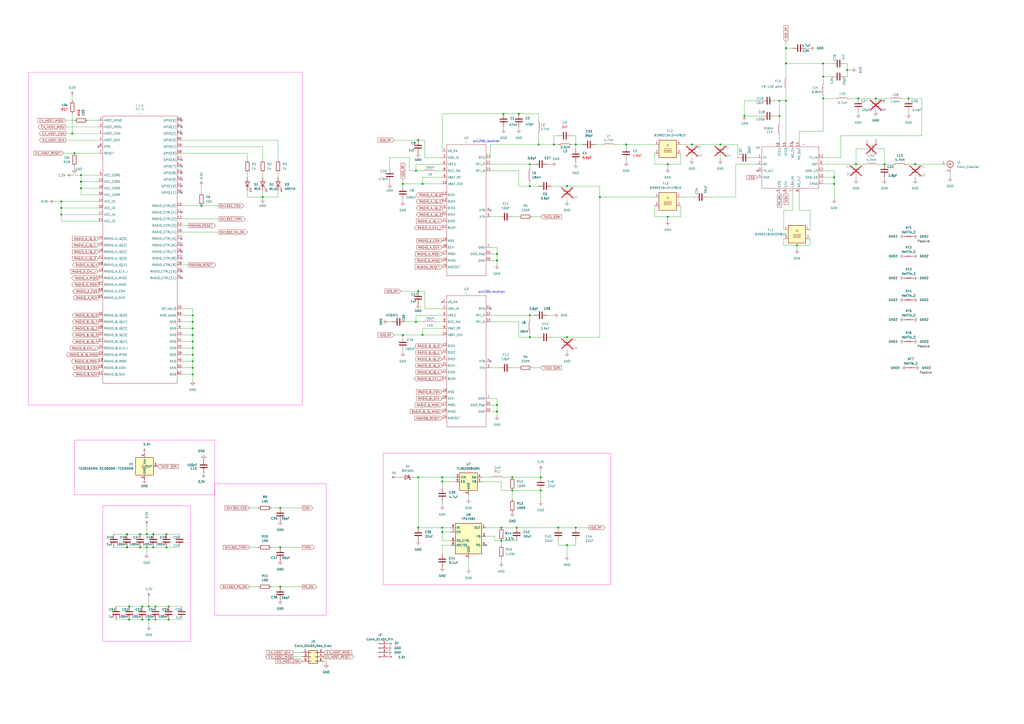
<source format=kicad_sch>
(kicad_sch (version 20250114) (generator "eeschema") (generator_version "9.0")
  (paper "A2")
  (rectangle (start 222.25 262.89) (end 354.33 339.09) (stroke (width 0) (color 255 0 204 1)))
  (rectangle (start 59.69 293.37) (end 110.49 372.11) (stroke (width 0) (color 255 0 204 1)))
  (rectangle (start 124.46 280.67) (end 189.23 356.87) (stroke (width 0) (color 255 0 204 1)))
  (rectangle (start 16.51 41.91) (end 175.26 234.95) (stroke (width 0) (color 255 0 204 1)))
  (rectangle (start 43.18 255.27) (end 124.46 287.02) (stroke (width 0) (color 255 0 204 1)))
  (text "sx1250_receiver" (at 285.242 169.418 0) (effects (font (size 1.27 1.27))))
  (text "sx1250_receiver" (at 282.194 82.042 0) (effects (font (size 1.27 1.27))))
  (junction (at 527.05 57.15))
  (junction (at 312.42 83.82))
  (junction (at 86.36 359.41))
  (junction (at 233.68 106.68))
  (junction (at 455.93 58.42))
  (junction (at 307.34 95.25))
  (junction (at 387.35 125.73))
  (junction (at 111.76 194.31))
  (junction (at 46.99 105.41))
  (junction (at 242.57 276.86))
  (junction (at 35.56 116.84))
  (junction (at 116.84 119.38))
  (junction (at 152.4 114.3))
  (junction (at 290.83 306.07))
  (junction (at 292.1 66.04))
  (junction (at 483.87 102.87))
  (junction (at 297.18 284.48))
  (junction (at 328.93 107.95))
  (junction (at 111.76 198.12))
  (junction (at 81.28 309.88))
  (junction (at 328.93 195.58))
  (junction (at 90.17 359.41))
  (junction (at 241.3 99.06))
  (junction (at 162.56 340.36))
  (junction (at 300.99 66.04))
  (junction (at 85.09 317.5))
  (junction (at 73.66 317.5))
  (junction (at 328.93 316.23))
  (junction (at 88.9 317.5))
  (junction (at 97.79 359.41))
  (junction (at 245.11 194.31))
  (junction (at 455.93 36.83))
  (junction (at 321.31 83.82))
  (junction (at 111.76 205.74))
  (junction (at 347.98 114.3))
  (junction (at 74.93 351.79))
  (junction (at 323.85 306.07))
  (junction (at 86.36 351.79))
  (junction (at 242.57 81.28))
  (junction (at 334.01 306.07))
  (junction (at 497.84 57.15))
  (junction (at 81.28 317.5))
  (junction (at 483.87 106.68))
  (junction (at 111.76 201.93))
  (junction (at 477.52 36.83))
  (junction (at 455.93 27.94))
  (junction (at 477.52 57.15))
  (junction (at 288.29 151.13))
  (junction (at 491.49 40.64))
  (junction (at 299.72 306.07))
  (junction (at 111.76 186.69))
  (junction (at 73.66 309.88))
  (junction (at 233.68 194.31))
  (junction (at 162.56 294.64))
  (junction (at 256.54 279.4))
  (junction (at 313.69 284.48))
  (junction (at 41.91 77.47))
  (junction (at 288.29 147.32))
  (junction (at 462.28 142.24))
  (junction (at 313.69 276.86))
  (junction (at 452.12 58.42))
  (junction (at 431.8 67.31))
  (junction (at 90.17 351.79))
  (junction (at 288.29 234.95))
  (junction (at 111.76 217.17))
  (junction (at 35.56 120.65))
  (junction (at 111.76 182.88))
  (junction (at 513.08 95.25))
  (junction (at 43.18 88.9))
  (junction (at 496.57 95.25))
  (junction (at 111.76 213.36))
  (junction (at 417.83 83.82))
  (junction (at 477.52 44.45))
  (junction (at 307.34 107.95))
  (junction (at 242.57 306.07))
  (junction (at 88.9 309.88))
  (junction (at 74.93 359.41))
  (junction (at 245.11 106.68))
  (junction (at 82.55 359.41))
  (junction (at 508 57.15))
  (junction (at 162.56 317.5))
  (junction (at 363.22 83.82))
  (junction (at 307.34 182.88))
  (junction (at 452.12 67.31))
  (junction (at 96.52 317.5))
  (junction (at 256.54 308.61))
  (junction (at 297.18 276.86))
  (junction (at 111.76 209.55))
  (junction (at 334.01 83.82))
  (junction (at 242.57 168.91))
  (junction (at 256.54 276.86))
  (junction (at 82.55 351.79))
  (junction (at 256.54 306.07))
  (junction (at 85.09 309.88))
  (junction (at 46.99 109.22))
  (junction (at 307.34 195.58))
  (junction (at 97.79 351.79))
  (junction (at 401.32 83.82))
  (junction (at 387.35 95.25))
  (junction (at 241.3 186.69))
  (junction (at 96.52 309.88))
  (junction (at 530.86 95.25))
  (junction (at 290.83 313.69))
  (junction (at 35.56 124.46))
  (junction (at 111.76 190.5))
  (junction (at 288.29 238.76))
  (junction (at 46.99 101.6))
  (no_connect (at 105.41 69.85))
  (no_connect (at 256.54 175.26))
  (no_connect (at 284.48 121.92))
  (no_connect (at 459.74 82.55))
  (no_connect (at 105.41 149.86))
  (no_connect (at 105.41 100.33))
  (no_connect (at 105.41 157.48))
  (no_connect (at 105.41 146.05))
  (no_connect (at 105.41 92.71))
  (no_connect (at 281.94 316.23))
  (no_connect (at 284.48 179.07))
  (no_connect (at 284.48 209.55))
  (no_connect (at 105.41 161.29))
  (no_connect (at 105.41 107.95))
  (no_connect (at 57.15 85.09))
  (no_connect (at 105.41 142.24))
  (no_connect (at 105.41 104.14))
  (no_connect (at 439.42 99.06))
  (no_connect (at 105.41 111.76))
  (no_connect (at 105.41 96.52))
  (no_connect (at 105.41 73.66))
  (no_connect (at 105.41 123.19))
  (no_connect (at 105.41 138.43))
  (no_connect (at 105.41 77.47))
  (wire (pts (xy 387.35 125.73) (xy 394.97 125.73)))
  (wire (pts (xy 290.83 279.4) (xy 290.83 284.48)))
  (wire (pts (xy 363.22 83.82) (xy 379.73 83.82)))
  (wire (pts (xy 88.9 317.5) (xy 96.52 317.5)))
  (wire (pts (xy 256.54 308.61) (xy 256.54 306.07)))
  (wire (pts (xy 105.41 213.36) (xy 111.76 213.36)))
  (wire (pts (xy 242.57 168.91) (xy 246.38 168.91)))
  (wire (pts (xy 105.41 205.74) (xy 111.76 205.74)))
  (wire (pts (xy 252.73 99.06) (xy 256.54 99.06)))
  (wire (pts (xy 300.99 107.95) (xy 307.34 107.95)))
  (wire (pts (xy 307.34 107.95) (xy 307.34 105.41)))
  (wire (pts (xy 90.17 351.79) (xy 97.79 351.79)))
  (wire (pts (xy 105.41 85.09) (xy 152.4 85.09)))
  (wire (pts (xy 435.61 91.44) (xy 439.42 91.44)))
  (wire (pts (xy 228.6 81.28) (xy 242.57 81.28)))
  (wire (pts (xy 284.48 83.82) (xy 284.48 91.44)))
  (wire (pts (xy 477.52 36.83) (xy 477.52 44.45)))
  (wire (pts (xy 170.18 378.46) (xy 175.26 378.46)))
  (wire (pts (xy 494.03 40.64) (xy 491.49 40.64)))
  (wire (pts (xy 321.31 78.74) (xy 323.85 78.74)))
  (wire (pts (xy 328.93 107.95) (xy 347.98 107.95)))
  (wire (pts (xy 307.34 95.25) (xy 307.34 97.79)))
  (wire (pts (xy 284.48 182.88) (xy 307.34 182.88)))
  (wire (pts (xy 328.93 316.23) (xy 334.01 316.23)))
  (wire (pts (xy 426.72 95.25) (xy 439.42 95.25)))
  (wire (pts (xy 105.41 217.17) (xy 111.76 217.17)))
  (wire (pts (xy 455.93 27.94) (xy 459.74 27.94)))
  (wire (pts (xy 394.97 95.25) (xy 394.97 88.9)))
  (wire (pts (xy 334.01 78.74) (xy 334.01 83.82)))
  (wire (pts (xy 487.68 91.44) (xy 477.52 91.44)))
  (wire (pts (xy 281.94 311.15) (xy 287.02 311.15)))
  (wire (pts (xy 477.52 106.68) (xy 483.87 106.68)))
  (wire (pts (xy 496.57 86.36) (xy 496.57 95.25)))
  (wire (pts (xy 387.35 95.25) (xy 394.97 95.25)))
  (wire (pts (xy 290.83 313.69) (xy 290.83 316.23)))
  (wire (pts (xy 256.54 316.23) (xy 256.54 321.31)))
  (wire (pts (xy 38.1 69.85) (xy 43.18 69.85)))
  (wire (pts (xy 229.87 276.86) (xy 232.41 276.86)))
  (wire (pts (xy 81.28 309.88) (xy 85.09 309.88)))
  (wire (pts (xy 426.72 114.3) (xy 426.72 95.25)))
  (wire (pts (xy 452.12 58.42) (xy 455.93 58.42)))
  (wire (pts (xy 143.51 110.49) (xy 143.51 114.3)))
  (wire (pts (xy 245.11 99.06) (xy 241.3 99.06)))
  (wire (pts (xy 57.15 120.65) (xy 35.56 120.65)))
  (wire (pts (xy 144.78 317.5) (xy 149.86 317.5)))
  (wire (pts (xy 85.09 304.8) (xy 85.09 309.88)))
  (wire (pts (xy 307.34 95.25) (xy 309.88 95.25)))
  (wire (pts (xy 105.41 194.31) (xy 111.76 194.31)))
  (wire (pts (xy 57.15 101.6) (xy 46.99 101.6)))
  (wire (pts (xy 463.55 76.2) (xy 463.55 82.55)))
  (wire (pts (xy 321.31 83.82) (xy 323.85 83.82)))
  (wire (pts (xy 46.99 113.03) (xy 46.99 109.22)))
  (wire (pts (xy 86.36 359.41) (xy 90.17 359.41)))
  (wire (pts (xy 234.95 186.69) (xy 241.3 186.69)))
  (wire (pts (xy 66.04 317.5) (xy 73.66 317.5)))
  (wire (pts (xy 449.58 67.31) (xy 452.12 67.31)))
  (wire (pts (xy 73.66 317.5) (xy 81.28 317.5)))
  (wire (pts (xy 256.54 290.83) (xy 256.54 293.37)))
  (wire (pts (xy 401.32 92.71) (xy 401.32 91.44)))
  (wire (pts (xy 57.15 116.84) (xy 35.56 116.84)))
  (wire (pts (xy 312.42 69.85) (xy 312.42 66.04)))
  (wire (pts (xy 256.54 182.88) (xy 241.3 182.88)))
  (wire (pts (xy 379.73 119.38) (xy 379.73 125.73)))
  (wire (pts (xy 111.76 209.55) (xy 111.76 213.36)))
  (wire (pts (xy 455.93 36.83) (xy 477.52 36.83)))
  (wire (pts (xy 313.69 273.05) (xy 313.69 276.86)))
  (wire (pts (xy 271.78 287.02) (xy 271.78 289.56)))
  (wire (pts (xy 143.51 88.9) (xy 143.51 92.71)))
  (wire (pts (xy 38.1 81.28) (xy 57.15 81.28)))
  (wire (pts (xy 256.54 276.86) (xy 264.16 276.86)))
  (wire (pts (xy 284.48 234.95) (xy 288.29 234.95)))
  (wire (pts (xy 483.87 102.87) (xy 483.87 106.68)))
  (wire (pts (xy 111.76 198.12) (xy 111.76 201.93)))
  (wire (pts (xy 455.93 24.13) (xy 455.93 27.94)))
  (wire (pts (xy 431.8 67.31) (xy 441.96 67.31)))
  (wire (pts (xy 469.9 121.92) (xy 463.55 121.92)))
  (wire (pts (xy 161.29 81.28) (xy 161.29 92.71)))
  (wire (pts (xy 477.52 99.06) (xy 483.87 99.06)))
  (wire (pts (xy 67.31 359.41) (xy 74.93 359.41)))
  (wire (pts (xy 431.8 58.42) (xy 441.96 58.42)))
  (wire (pts (xy 483.87 99.06) (xy 483.87 102.87)))
  (wire (pts (xy 508 57.15) (xy 515.62 57.15)))
  (wire (pts (xy 347.98 114.3) (xy 347.98 195.58)))
  (wire (pts (xy 74.93 359.41) (xy 82.55 359.41)))
  (wire (pts (xy 261.62 316.23) (xy 256.54 316.23)))
  (wire (pts (xy 347.98 114.3) (xy 379.73 114.3)))
  (wire (pts (xy 477.52 55.88) (xy 477.52 57.15)))
  (wire (pts (xy 157.48 317.5) (xy 162.56 317.5)))
  (wire (pts (xy 157.48 340.36) (xy 162.56 340.36)))
  (wire (pts (xy 162.56 340.36) (xy 175.26 340.36)))
  (wire (pts (xy 527.05 64.77) (xy 527.05 66.04)))
  (wire (pts (xy 245.11 186.69) (xy 241.3 186.69)))
  (wire (pts (xy 227.33 186.69) (xy 224.79 186.69)))
  (wire (pts (xy 152.4 85.09) (xy 152.4 92.71)))
  (wire (pts (xy 105.41 81.28) (xy 161.29 81.28)))
  (wire (pts (xy 232.41 168.91) (xy 242.57 168.91)))
  (wire (pts (xy 491.49 36.83) (xy 490.22 36.83)))
  (wire (pts (xy 157.48 294.64) (xy 162.56 294.64)))
  (wire (pts (xy 334.01 83.82) (xy 334.01 86.36)))
  (wire (pts (xy 256.54 95.25) (xy 241.3 95.25)))
  (wire (pts (xy 241.3 99.06) (xy 237.49 99.06)))
  (wire (pts (xy 477.52 44.45) (xy 482.6 44.45)))
  (wire (pts (xy 41.91 66.04) (xy 41.91 77.47)))
  (wire (pts (xy 105.41 198.12) (xy 111.76 198.12)))
  (wire (pts (xy 308.61 125.73) (xy 313.69 125.73)))
  (wire (pts (xy 323.85 316.23) (xy 328.93 316.23)))
  (wire (pts (xy 43.18 88.9) (xy 57.15 88.9)))
  (wire (pts (xy 513.08 95.25) (xy 518.16 95.25)))
  (wire (pts (xy 242.57 276.86) (xy 256.54 276.86)))
  (wire (pts (xy 452.12 71.12) (xy 452.12 67.31)))
  (wire (pts (xy 85.09 317.5) (xy 85.09 321.31)))
  (wire (pts (xy 313.69 284.48) (xy 313.69 290.83)))
  (wire (pts (xy 477.52 76.2) (xy 477.52 57.15)))
  (wire (pts (xy 233.68 195.58) (xy 233.68 194.31)))
  (wire (pts (xy 105.41 119.38) (xy 116.84 119.38)))
  (wire (pts (xy 523.24 57.15) (xy 527.05 57.15)))
  (wire (pts (xy 66.04 309.88) (xy 73.66 309.88)))
  (wire (pts (xy 334.01 306.07) (xy 341.63 306.07)))
  (wire (pts (xy 245.11 190.5) (xy 245.11 194.31)))
  (wire (pts (xy 410.21 114.3) (xy 426.72 114.3)))
  (wire (pts (xy 233.68 106.68) (xy 245.11 106.68)))
  (wire (pts (xy 483.87 106.68) (xy 483.87 115.57)))
  (wire (pts (xy 356.87 83.82) (xy 363.22 83.82)))
  (wire (pts (xy 477.52 48.26) (xy 477.52 44.45)))
  (wire (pts (xy 271.78 323.85) (xy 271.78 330.2)))
  (wire (pts (xy 111.76 205.74) (xy 111.76 209.55)))
  (wire (pts (xy 463.55 121.92) (xy 463.55 111.76)))
  (wire (pts (xy 530.86 104.14) (xy 530.86 102.87)))
  (wire (pts (xy 161.29 100.33) (xy 161.29 102.87)))
  (wire (pts (xy 288.29 231.14) (xy 288.29 234.95)))
  (wire (pts (xy 477.52 95.25) (xy 496.57 95.25)))
  (wire (pts (xy 226.06 105.41) (xy 226.06 106.68)))
  (wire (pts (xy 246.38 91.44) (xy 246.38 81.28)))
  (wire (pts (xy 387.35 125.73) (xy 387.35 128.27)))
  (wire (pts (xy 452.12 78.74) (xy 452.12 82.55)))
  (wire (pts (xy 334.01 83.82) (xy 337.82 83.82)))
  (wire (pts (xy 459.74 111.76) (xy 459.74 121.92)))
  (wire (pts (xy 534.67 78.74) (xy 487.68 78.74)))
  (wire (pts (xy 513.08 104.14) (xy 513.08 102.87)))
  (wire (pts (xy 469.9 133.35) (xy 469.9 121.92)))
  (wire (pts (xy 41.91 77.47) (xy 57.15 77.47)))
  (wire (pts (xy 161.29 110.49) (xy 161.29 114.3)))
  (wire (pts (xy 487.68 78.74) (xy 487.68 91.44)))
  (wire (pts (xy 46.99 109.22) (xy 46.99 105.41)))
  (wire (pts (xy 105.41 127) (xy 127 127)))
  (wire (pts (xy 290.83 323.85) (xy 290.83 326.39)))
  (wire (pts (xy 509.27 95.25) (xy 513.08 95.25)))
  (wire (pts (xy 320.04 107.95) (xy 328.93 107.95)))
  (wire (pts (xy 401.32 83.82) (xy 417.83 83.82)))
  (wire (pts (xy 242.57 306.07) (xy 256.54 306.07)))
  (wire (pts (xy 463.55 76.2) (xy 477.52 76.2)))
  (wire (pts (xy 241.3 182.88) (xy 241.3 186.69)))
  (wire (pts (xy 111.76 194.31) (xy 111.76 198.12)))
  (wire (pts (xy 292.1 276.86) (xy 297.18 276.86)))
  (wire (pts (xy 105.41 201.93) (xy 111.76 201.93)))
  (wire (pts (xy 513.08 86.36) (xy 513.08 95.25)))
  (wire (pts (xy 501.65 86.36) (xy 496.57 86.36)))
  (wire (pts (xy 86.36 359.41) (xy 86.36 363.22)))
  (wire (pts (xy 492.76 57.15) (xy 497.84 57.15)))
  (wire (pts (xy 394.97 119.38) (xy 394.97 125.73)))
  (wire (pts (xy 334.01 78.74) (xy 331.47 78.74)))
  (wire (pts (xy 105.41 209.55) (xy 111.76 209.55)))
  (wire (pts (xy 454.66 142.24) (xy 462.28 142.24)))
  (wire (pts (xy 491.49 44.45) (xy 490.22 44.45)))
  (wire (pts (xy 105.41 186.69) (xy 111.76 186.69)))
  (wire (pts (xy 256.54 279.4) (xy 256.54 276.86)))
  (wire (pts (xy 41.91 55.88) (xy 41.91 58.42)))
  (wire (pts (xy 284.48 125.73) (xy 289.56 125.73)))
  (wire (pts (xy 307.34 182.88) (xy 309.88 182.88)))
  (wire (pts (xy 312.42 66.04) (xy 300.99 66.04)))
  (wire (pts (xy 477.52 57.15) (xy 485.14 57.15)))
  (wire (pts (xy 462.28 142.24) (xy 469.9 142.24)))
  (wire (pts (xy 281.94 306.07) (xy 290.83 306.07)))
  (wire (pts (xy 459.74 121.92) (xy 454.66 121.92)))
  (wire (pts (xy 363.22 92.71) (xy 363.22 93.98)))
  (wire (pts (xy 57.15 124.46) (xy 35.56 124.46)))
  (wire (pts (xy 81.28 317.5) (xy 85.09 317.5)))
  (wire (pts (xy 245.11 102.87) (xy 245.11 106.68)))
  (wire (pts (xy 307.34 195.58) (xy 312.42 195.58)))
  (wire (pts (xy 152.4 115.57) (xy 152.4 114.3)))
  (wire (pts (xy 82.55 359.41) (xy 86.36 359.41)))
  (wire (pts (xy 143.51 114.3) (xy 152.4 114.3)))
  (wire (pts (xy 284.48 147.32) (xy 288.29 147.32)))
  (wire (pts (xy 525.78 95.25) (xy 530.86 95.25)))
  (wire (pts (xy 455.93 52.07) (xy 455.93 58.42)))
  (wire (pts (xy 256.54 91.44) (xy 246.38 91.44)))
  (wire (pts (xy 35.56 120.65) (xy 35.56 116.84)))
  (wire (pts (xy 256.54 306.07) (xy 261.62 306.07)))
  (wire (pts (xy 105.41 88.9) (xy 143.51 88.9)))
  (wire (pts (xy 527.05 57.15) (xy 534.67 57.15)))
  (wire (pts (xy 111.76 217.17) (xy 111.76 220.98)))
  (wire (pts (xy 300.99 195.58) (xy 300.99 186.69)))
  (wire (pts (xy 57.15 113.03) (xy 46.99 113.03)))
  (wire (pts (xy 394.97 83.82) (xy 401.32 83.82)))
  (wire (pts (xy 105.41 179.07) (xy 111.76 179.07)))
  (wire (pts (xy 144.78 340.36) (xy 149.86 340.36)))
  (wire (pts (xy 67.31 351.79) (xy 74.93 351.79)))
  (wire (pts (xy 452.12 67.31) (xy 452.12 58.42)))
  (wire (pts (xy 379.73 95.25) (xy 387.35 95.25)))
  (wire (pts (xy 35.56 120.65) (xy 35.56 124.46)))
  (wire (pts (xy 284.48 186.69) (xy 300.99 186.69)))
  (wire (pts (xy 152.4 100.33) (xy 152.4 102.87)))
  (wire (pts (xy 111.76 190.5) (xy 111.76 194.31)))
  (wire (pts (xy 35.56 124.46) (xy 35.56 128.27)))
  (wire (pts (xy 256.54 179.07) (xy 246.38 179.07)))
  (wire (pts (xy 469.9 138.43) (xy 469.9 142.24)))
  (wire (pts (xy 379.73 88.9) (xy 379.73 95.25)))
  (wire (pts (xy 242.57 276.86) (xy 242.57 306.07)))
  (wire (pts (xy 256.54 308.61) (xy 261.62 308.61)))
  (wire (pts (xy 256.54 87.63) (xy 256.54 66.04)))
  (wire (pts (xy 387.35 95.25) (xy 387.35 97.79)))
  (wire (pts (xy 297.18 125.73) (xy 300.99 125.73)))
  (wire (pts (xy 417.83 92.71) (xy 417.83 91.44)))
  (wire (pts (xy 454.66 138.43) (xy 454.66 142.24)))
  (wire (pts (xy 455.93 36.83) (xy 455.93 44.45)))
  (wire (pts (xy 284.48 231.14) (xy 288.29 231.14)))
  (wire (pts (xy 328.93 204.47) (xy 328.93 203.2)))
  (wire (pts (xy 256.54 102.87) (xy 245.11 102.87)))
  (wire (pts (xy 491.49 40.64) (xy 491.49 44.45)))
  (wire (pts (xy 328.93 316.23) (xy 328.93 322.58)))
  (wire (pts (xy 233.68 104.14) (xy 233.68 106.68)))
  (wire (pts (xy 509.27 86.36) (xy 513.08 86.36)))
  (wire (pts (xy 297.18 284.48) (xy 313.69 284.48)))
  (wire (pts (xy 97.79 351.79) (xy 105.41 351.79)))
  (wire (pts (xy 300.99 99.06) (xy 284.48 99.06)))
  (wire (pts (xy 288.29 151.13) (xy 288.29 153.67)))
  (wire (pts (xy 228.6 194.31) (xy 233.68 194.31)))
  (wire (pts (xy 226.06 91.44) (xy 237.49 91.44)))
  (wire (pts (xy 323.85 313.69) (xy 323.85 316.23)))
  (wire (pts (xy 292.1 66.04) (xy 300.99 66.04)))
  (wire (pts (xy 297.18 276.86) (xy 313.69 276.86)))
  (wire (pts (xy 288.29 234.95) (xy 288.29 238.76)))
  (wire (pts (xy 551.18 100.33) (xy 551.18 102.87)))
  (wire (pts (xy 455.93 27.94) (xy 455.93 36.83)))
  (wire (pts (xy 105.41 134.62) (xy 127 134.62)))
  (wire (pts (xy 307.34 182.88) (xy 307.34 185.42)))
  (wire (pts (xy 328.93 116.84) (xy 328.93 115.57)))
  (wire (pts (xy 328.93 195.58) (xy 347.98 195.58)))
  (wire (pts (xy 38.1 73.66) (xy 57.15 73.66)))
  (wire (pts (xy 152.4 114.3) (xy 161.29 114.3)))
  (wire (pts (xy 88.9 309.88) (xy 96.52 309.88)))
  (wire (pts (xy 41.91 101.6) (xy 46.99 101.6)))
  (wire (pts (xy 300.99 107.95) (xy 300.99 99.06)))
  (wire (pts (xy 284.48 83.82) (xy 312.42 83.82)))
  (wire (pts (xy 256.54 313.69) (xy 256.54 308.61)))
  (wire (pts (xy 111.76 182.88) (xy 111.76 186.69)))
  (wire (pts (xy 307.34 195.58) (xy 307.34 193.04)))
  (wire (pts (xy 482.6 36.83) (xy 477.52 36.83)))
  (wire (pts (xy 105.41 190.5) (xy 111.76 190.5)))
  (wire (pts (xy 189.23 384.81) (xy 189.23 383.54)))
  (wire (pts (xy 82.55 351.79) (xy 86.36 351.79)))
  (wire (pts (xy 284.48 151.13) (xy 288.29 151.13)))
  (wire (pts (xy 312.42 77.47) (xy 312.42 83.82)))
  (wire (pts (xy 233.68 194.31) (xy 245.11 194.31)))
  (wire (pts (xy 417.83 83.82) (xy 427.99 83.82)))
  (wire (pts (xy 347.98 114.3) (xy 347.98 107.95)))
  (wire (pts (xy 85.09 317.5) (xy 88.9 317.5)))
  (wire (pts (xy 226.06 97.79) (xy 226.06 91.44)))
  (wire (pts (xy 43.18 97.79) (xy 43.18 96.52)))
  (wire (pts (xy 111.76 213.36) (xy 111.76 217.17)))
  (wire (pts (xy 105.41 130.81) (xy 109.22 130.81)))
  (wire (pts (xy 38.1 77.47) (xy 41.91 77.47)))
  (wire (pts (xy 449.58 58.42) (xy 452.12 58.42)))
  (wire (pts (xy 379.73 125.73) (xy 387.35 125.73)))
  (wire (pts (xy 284.48 238.76) (xy 288.29 238.76)))
  (wire (pts (xy 264.16 279.4) (xy 256.54 279.4)))
  (wire (pts (xy 90.17 359.41) (xy 97.79 359.41)))
  (wire (pts (xy 96.52 309.88) (xy 104.14 309.88)))
  (wire (pts (xy 455.93 58.42) (xy 455.93 82.55)))
  (wire (pts (xy 320.04 195.58) (xy 328.93 195.58)))
  (wire (pts (xy 57.15 105.41) (xy 46.99 105.41)))
  (wire (pts (xy 288.29 143.51) (xy 288.29 147.32)))
  (wire (pts (xy 427.99 91.44) (xy 427.99 83.82)))
  (wire (pts (xy 284.48 213.36) (xy 289.56 213.36)))
  (wire (pts (xy 279.4 276.86) (xy 284.48 276.86)))
  (wire (pts (xy 233.68 107.95) (xy 233.68 106.68)))
  (wire (pts (xy 462.28 142.24) (xy 462.28 144.78)))
  (wire (pts (xy 242.57 81.28) (xy 246.38 81.28)))
  (wire (pts (xy 431.8 58.42) (xy 431.8 67.31)))
  (wire (pts (xy 241.3 95.25) (xy 241.3 99.06)))
  (wire (pts (xy 317.5 182.88) (xy 321.31 182.88)))
  (wire (pts (xy 245.11 106.68) (xy 256.54 106.68)))
  (wire (pts (xy 297.18 284.48) (xy 297.18 289.56)))
  (wire (pts (xy 256.54 190.5) (xy 245.11 190.5)))
  (wire (pts (xy 245.11 194.31) (xy 256.54 194.31)))
  (wire (pts (xy 496.57 95.25) (xy 501.65 95.25)))
  (wire (pts (xy 287.02 311.15) (xy 287.02 313.69)))
  (wire (pts (xy 334.01 316.23) (xy 334.01 313.69)))
  (wire (pts (xy 256.54 283.21) (xy 256.54 279.4)))
  (wire (pts (xy 467.36 27.94) (xy 469.9 27.94)))
  (wire (pts (xy 299.72 306.07) (xy 323.85 306.07)))
  (wire (pts (xy 534.67 57.15) (xy 534.67 78.74)))
  (wire (pts (xy 111.76 179.07) (xy 111.76 182.88)))
  (wire (pts (xy 74.93 351.79) (xy 82.55 351.79)))
  (wire (pts (xy 96.52 317.5) (xy 104.14 317.5)))
  (wire (pts (xy 35.56 116.84) (xy 31.75 116.84)))
  (wire (pts (xy 491.49 40.64) (xy 491.49 36.83)))
  (wire (pts (xy 300.99 73.66) (xy 300.99 74.93)))
  (wire (pts (xy 36.83 88.9) (xy 43.18 88.9)))
  (wire (pts (xy 363.22 83.82) (xy 363.22 85.09)))
  (wire (pts (xy 86.36 346.71) (xy 86.36 351.79)))
  (wire (pts (xy 116.84 111.76) (xy 116.84 107.95)))
  (wire (pts (xy 297.18 213.36) (xy 300.99 213.36)))
  (wire (pts (xy 345.44 83.82) (xy 349.25 83.82)))
  (wire (pts (xy 50.8 69.85) (xy 57.15 69.85)))
  (wire (pts (xy 323.85 306.07) (xy 334.01 306.07)))
  (wire (pts (xy 246.38 179.07) (xy 246.38 168.91)))
  (wire (pts (xy 288.29 238.76) (xy 288.29 241.3)))
  (wire (pts (xy 105.41 182.88) (xy 111.76 182.88)))
  (wire (pts (xy 290.83 279.4) (xy 279.4 279.4)))
  (wire (pts (xy 237.49 91.44) (xy 237.49 99.06)))
  (wire (pts (xy 290.83 313.69) (xy 299.72 313.69)))
  (wire (pts (xy 105.41 153.67) (xy 109.22 153.67)))
  (wire (pts (xy 111.76 186.69) (xy 111.76 190.5)))
  (wire (pts (xy 256.54 66.04) (xy 292.1 66.04)))
  (wire (pts (xy 46.99 105.41) (xy 46.99 101.6)))
  (wire (pts (xy 170.18 381) (xy 175.26 381)))
  (wire (pts (xy 284.48 95.25) (xy 307.34 95.25)))
  (wire (pts (xy 530.86 95.25) (xy 546.1 95.25)))
  (wire (pts (xy 497.84 66.04) (xy 497.84 64.77)))
  (wire (pts (xy 454.66 121.92) (xy 454.66 133.35)))
  (wire (pts (xy 334.01 83.82) (xy 331.47 83.82)))
  (wire (pts (xy 233.68 203.2) (xy 233.68 204.47)))
  (wire (pts (xy 317.5 95.25) (xy 320.04 95.25)))
  (wire (pts (xy 233.68 115.57) (xy 233.68 116.84)))
  (wire (pts (xy 292.1 73.66) (xy 292.1 74.93)))
  (wire (pts (xy 86.36 351.79) (xy 90.17 351.79)))
  (wire (pts (xy 290.83 284.48) (xy 297.18 284.48)))
  (wire (pts (xy 497.84 57.15) (xy 508 57.15)))
  (wire (pts (xy 477.52 102.87) (xy 483.87 102.87)))
  (wire (pts (xy 240.03 276.86) (xy 242.57 276.86)))
  (wire (pts (xy 97.79 359.41) (xy 105.41 359.41)))
  (wire (pts (xy 73.66 309.88) (xy 81.28 309.88)))
  (wire (pts (xy 57.15 109.22) (xy 46.99 109.22)))
  (wire (pts (xy 284.48 143.51) (xy 288.29 143.51)))
  (wire (pts (xy 111.76 201.93) (xy 111.76 205.74)))
  (wire (pts (xy 312.42 83.82) (xy 321.31 83.82)))
  (wire (pts (xy 162.56 294.64) (xy 175.26 294.64)))
  (wire (pts (xy 307.34 107.95) (xy 312.42 107.95)))
  (wire (pts (xy 57.15 128.27) (xy 35.56 128.27)))
  (wire (pts (xy 300.99 195.58) (xy 307.34 195.58)))
  (wire (pts (xy 261.62 313.69) (xy 256.54 313.69)))
  (wire (pts (xy 85.09 309.88) (xy 88.9 309.88)))
  (wire (pts (xy 394.97 114.3) (xy 402.59 114.3)))
  (wire (pts (xy 308.61 213.36) (xy 313.69 213.36)))
  (wire (pts (xy 496.57 104.14) (xy 496.57 102.87)))
  (wire (pts (xy 162.56 317.5) (xy 175.26 317.5)))
  (wire (pts (xy 290.83 306.07) (xy 299.72 306.07)))
  (wire (pts (xy 144.78 294.64) (xy 149.86 294.64)))
  (wire (pts (xy 321.31 78.74) (xy 321.31 83.82)))
  (wire (pts (xy 189.23 383.54) (xy 187.96 383.54)))
  (wire (pts (xy 252.73 186.69) (xy 256.54 186.69)))
  (wire (pts (xy 143.51 100.33) (xy 143.51 102.87)))
  (wire (pts (xy 288.29 147.32) (xy 288.29 151.13)))
  (wire (pts (xy 287.02 313.69) (xy 290.83 313.69)))
  (wire (pts (xy 334.01 93.98) (xy 334.01 95.25)))
  (wire (pts (xy 152.4 110.49) (xy 152.4 114.3)))
  (wire (pts (xy 116.84 119.38) (xy 127 119.38)))
  (label "Passive" (at 532.13 201.93 0))
  (label "Passive" (at 532.13 140.97 0))
  (label "Passive" (at 533.4 217.17 0))
  (global_label "PA_ON" (shape input) (at 452.12 111.76 270) (property "Intersheetrefs" "${INTERSHEET_REFS}" (effects (hide yes))))
  (global_label "RADIO_A_IQ_2" (shape output) (at 256.54 120.65 180) (property "Intersheetrefs" "${INTERSHEET_REFS}" (effects (hide yes))))
  (global_label "SX1302_CSD" (shape input) (at 144.78 294.64 180) (property "Intersheetrefs" "${INTERSHEET_REFS}" (effects (hide yes))))
  (global_label "RADIO_B_IQ_3" (shape output) (at 57.15 194.31 180) (property "Intersheetrefs" "${INTERSHEET_REFS}" (effects (hide yes))))
  (global_label "RADIO_B_IQ_MISO" (shape output) (at 57.15 205.74 180) (property "Intersheetrefs" "${INTERSHEET_REFS}" (effects (hide yes))))
  (global_label "VDD_RF" (shape output) (at 341.63 306.07 0) (property "Intersheetrefs" "${INTERSHEET_REFS}" (effects (hide yes))))
  (global_label "VDD_RF" (shape input) (at 228.6 194.31 180) (property "Intersheetrefs" "${INTERSHEET_REFS}" (effects (hide yes))))
  (global_label "PA_ON" (shape output) (at 175.26 340.36 0) (property "Intersheetrefs" "${INTERSHEET_REFS}" (effects (hide yes))))
  (global_label "EX_HOST_RESET" (shape input) (at 36.83 88.9 180) (property "Intersheetrefs" "${INTERSHEET_REFS}" (effects (hide yes))))
  (global_label "TXCO 32M" (shape input) (at 313.69 125.73 0) (property "Intersheetrefs" "${INTERSHEET_REFS}" (effects (hide yes))))
  (global_label "RADIO_B_MOSI" (shape output) (at 57.15 209.55 180) (property "Intersheetrefs" "${INTERSHEET_REFS}" (effects (hide yes))))
  (global_label "RADIO_A_IQ_3" (shape output) (at 256.54 124.46 180) (property "Intersheetrefs" "${INTERSHEET_REFS}" (effects (hide yes))))
  (global_label "RADIO_A_SCK" (shape output) (at 57.15 172.72 180) (property "Intersheetrefs" "${INTERSHEET_REFS}" (effects (hide yes))))
  (global_label "EX_HOST_SCK" (shape input) (at 170.18 378.46 180) (property "Intersheetrefs" "${INTERSHEET_REFS}" (effects (hide yes))))
  (global_label "VDD_RF" (shape input) (at 228.6 81.28 180) (property "Intersheetrefs" "${INTERSHEET_REFS}" (effects (hide yes))))
  (global_label "CSD" (shape output) (at 175.26 294.64 0) (property "Intersheetrefs" "${INTERSHEET_REFS}" (effects (hide yes))))
  (global_label "RADIO_B_IQ_3" (shape input) (at 256.54 212.09 180) (property "Intersheetrefs" "${INTERSHEET_REFS}" (effects (hide yes))))
  (global_label "TXCO 32M" (shape input) (at 313.69 213.36 0) (property "Intersheetrefs" "${INTERSHEET_REFS}" (effects (hide yes))))
  (global_label "EX_HOST_MOSI" (shape output) (at 38.1 73.66 180) (property "Intersheetrefs" "${INTERSHEET_REFS}" (effects (hide yes))))
  (global_label "SX1302_CSD" (shape output) (at 127 119.38 0) (property "Intersheetrefs" "${INTERSHEET_REFS}" (effects (hide yes))))
  (global_label "RADIO_A_IQ_4" (shape input) (at 256.54 128.27 180) (property "Intersheetrefs" "${INTERSHEET_REFS}" (effects (hide yes))))
  (global_label "EX_HOST_RESET" (shape output) (at 187.96 381 0) (property "Intersheetrefs" "${INTERSHEET_REFS}" (effects (hide yes))))
  (global_label "RADIO_B_IQ_0" (shape output) (at 57.15 182.88 180) (property "Intersheetrefs" "${INTERSHEET_REFS}" (effects (hide yes))))
  (global_label "RADIO_A_MISO" (shape output) (at 57.15 161.29 180) (property "Intersheetrefs" "${INTERSHEET_REFS}" (effects (hide yes))))
  (global_label "RADIOB_RESET" (shape input) (at 256.54 242.57 180) (property "Intersheetrefs" "${INTERSHEET_REFS}" (effects (hide yes))))
  (global_label "EX_HOST_SCK" (shape output) (at 38.1 81.28 180) (property "Intersheetrefs" "${INTERSHEET_REFS}" (effects (hide yes))))
  (global_label "RADIO_A_CKL_I" (shape input) (at 57.15 157.48 180) (property "Intersheetrefs" "${INTERSHEET_REFS}" (effects (hide yes))))
  (global_label "RADIOA_RESET" (shape output) (at 109.22 130.81 0) (property "Intersheetrefs" "${INTERSHEET_REFS}" (effects (hide yes))))
  (global_label "RADIO_A_IQ_4" (shape output) (at 57.15 153.67 180) (property "Intersheetrefs" "${INTERSHEET_REFS}" (effects (hide yes))))
  (global_label "RADIO_A_CSN" (shape output) (at 57.15 168.91 180) (property "Intersheetrefs" "${INTERSHEET_REFS}" (effects (hide yes))))
  (global_label "RADIO_B_CSN" (shape input) (at 256.54 227.33 180) (property "Intersheetrefs" "${INTERSHEET_REFS}" (effects (hide yes))))
  (global_label "EX_HOST_MOSI" (shape input) (at 187.96 378.46 0) (property "Intersheetrefs" "${INTERSHEET_REFS}" (effects (hide yes))))
  (global_label "RADIO_B_IQ_1" (shape output) (at 57.15 186.69 180) (property "Intersheetrefs" "${INTERSHEET_REFS}" (effects (hide yes))))
  (global_label "TXCO 32M" (shape input) (at 91.44 270.51 0) (property "Intersheetrefs" "${INTERSHEET_REFS}" (effects (hide yes))))
  (global_label "RADIO_B_IQ_MISO" (shape input) (at 256.54 238.76 180) (property "Intersheetrefs" "${INTERSHEET_REFS}" (effects (hide yes))))
  (global_label "RADIO_A_IQ_3" (shape input) (at 57.15 149.86 180) (property "Intersheetrefs" "${INTERSHEET_REFS}" (effects (hide yes))))
  (global_label "EX_HOST_MISO" (shape output) (at 170.18 381 180) (property "Intersheetrefs" "${INTERSHEET_REFS}" (effects (hide yes))))
  (global_label "RADIO_B_CKL_I" (shape output) (at 256.54 219.71 180) (property "Intersheetrefs" "${INTERSHEET_REFS}" (effects (hide yes))))
  (global_label "EX_HOST_CSN" (shape output) (at 38.1 77.47 180) (property "Intersheetrefs" "${INTERSHEET_REFS}" (effects (hide yes))))
  (global_label "RADIOA_RESET" (shape input) (at 256.54 154.94 180) (property "Intersheetrefs" "${INTERSHEET_REFS}" (effects (hide yes))))
  (global_label "RADIO_A_IQ_0" (shape output) (at 256.54 113.03 180) (property "Intersheetrefs" "${INTERSHEET_REFS}" (effects (hide yes))))
  (global_label "VDD_RF" (shape input) (at 455.93 24.13 90) (property "Intersheetrefs" "${INTERSHEET_REFS}" (effects (hide yes))))
  (global_label "RADIO_A_IQ_0" (shape input) (at 57.15 138.43 180) (property "Intersheetrefs" "${INTERSHEET_REFS}" (effects (hide yes))))
  (global_label "RADIO_B_SCK" (shape output) (at 57.15 217.17 180) (property "Intersheetrefs" "${INTERSHEET_REFS}" (effects (hide yes))))
  (global_label "VDD_RF" (shape input) (at 233.68 104.14 90) (property "Intersheetrefs" "${INTERSHEET_REFS}" (effects (hide yes))))
  (global_label "TXRX" (shape input) (at 455.93 111.76 270) (property "Intersheetrefs" "${INTERSHEET_REFS}" (effects (hide yes))))
  (global_label "SX1302_PA_ON" (shape output) (at 127 134.62 0) (property "Intersheetrefs" "${INTERSHEET_REFS}" (effects (hide yes))))
  (global_label "RADIO_B_IQ_2" (shape input) (at 256.54 208.28 180) (property "Intersheetrefs" "${INTERSHEET_REFS}" (effects (hide yes))))
  (global_label "RADIO_A_MOSI" (shape output) (at 57.15 165.1 180) (property "Intersheetrefs" "${INTERSHEET_REFS}" (effects (hide yes))))
  (global_label "EX_HOST_MISO" (shape input) (at 38.1 69.85 180) (property "Intersheetrefs" "${INTERSHEET_REFS}" (effects (hide yes))))
  (global_label "VDD_RF" (shape input) (at 232.41 168.91 180) (property "Intersheetrefs" "${INTERSHEET_REFS}" (effects (hide yes))))
  (global_label "RADIO_B_IQ_1" (shape input) (at 256.54 204.47 180) (property "Intersheetrefs" "${INTERSHEET_REFS}" (effects (hide yes))))
  (global_label "CSD" (shape input) (at 439.42 102.87 180) (property "Intersheetrefs" "${INTERSHEET_REFS}" (effects (hide yes))))
  (global_label "RADIO_B_IQ_4" (shape input) (at 256.54 215.9 180) (property "Intersheetrefs" "${INTERSHEET_REFS}" (effects (hide yes))))
  (global_label "RADIO_A_MOSI" (shape input) (at 256.54 147.32 180) (property "Intersheetrefs" "${INTERSHEET_REFS}" (effects (hide yes))))
  (global_label "RADIO_A_CSN" (shape input) (at 256.54 139.7 180) (property "Intersheetrefs" "${INTERSHEET_REFS}" (effects (hide yes))))
  (global_label "RADIO_B_IQ_0" (shape input) (at 256.54 200.66 180) (property "Intersheetrefs" "${INTERSHEET_REFS}" (effects (hide yes))))
  (global_label "RADIO_B_MOSI" (shape input) (at 256.54 234.95 180) (property "Intersheetrefs" "${INTERSHEET_REFS}" (effects (hide yes))))
  (global_label "RADIO_A_IQ_1" (shape output) (at 256.54 116.84 180) (property "Intersheetrefs" "${INTERSHEET_REFS}" (effects (hide yes))))
  (global_label "SX1302_PA_ON" (shape input) (at 144.78 340.36 180) (property "Intersheetrefs" "${INTERSHEET_REFS}" (effects (hide yes))))
  (global_label "RADIO_B_CKL_I" (shape input) (at 57.15 201.93 180) (property "Intersheetrefs" "${INTERSHEET_REFS}" (effects (hide yes))))
  (global_label "RADIO_B_IQ_2" (shape output) (at 57.15 190.5 180) (property "Intersheetrefs" "${INTERSHEET_REFS}" (effects (hide yes))))
  (global_label "TXRX" (shape output) (at 175.26 317.5 0) (property "Intersheetrefs" "${INTERSHEET_REFS}" (effects (hide yes))))
  (global_label "RADIO_A_IQ_1" (shape input) (at 57.15 142.24 180) (property "Intersheetrefs" "${INTERSHEET_REFS}" (effects (hide yes))))
  (global_label "SX1302_TXRX" (shape output) (at 127 127 0) (property "Intersheetrefs" "${INTERSHEET_REFS}" (effects (hide yes))))
  (global_label "RADIO_A_IQ_2" (shape input) (at 57.15 146.05 180) (property "Intersheetrefs" "${INTERSHEET_REFS}" (effects (hide yes))))
  (global_label "RADIO_B_CSN" (shape output) (at 57.15 213.36 180) (property "Intersheetrefs" "${INTERSHEET_REFS}" (effects (hide yes))))
  (global_label "SX1302_TXRX" (shape input) (at 144.78 317.5 180) (property "Intersheetrefs" "${INTERSHEET_REFS}" (effects (hide yes))))
  (global_label "EX_HOST_CSN" (shape input) (at 175.26 383.54 180) (property "Intersheetrefs" "${INTERSHEET_REFS}" (effects (hide yes))))
  (global_label "RADIO_A_CKL_I" (shape output) (at 256.54 132.08 180) (property "Intersheetrefs" "${INTERSHEET_REFS}" (effects (hide yes))))
  (global_label "RADIO_A_SCK" (shape input) (at 256.54 143.51 180) (property "Intersheetrefs" "${INTERSHEET_REFS}" (effects (hide yes))))
  (global_label "RADIO_B_IQ_4" (shape output) (at 57.15 198.12 180) (property "Intersheetrefs" "${INTERSHEET_REFS}" (effects (hide yes))))
  (global_label "RADIOB_RESET" (shape output) (at 109.22 153.67 0) (property "Intersheetrefs" "${INTERSHEET_REFS}" (effects (hide yes))))
  (global_label "RADIO_B_SCK" (shape input) (at 256.54 231.14 180) (property "Intersheetrefs" "${INTERSHEET_REFS}" (effects (hide yes))))
  (global_label "RADIO_A_MISO" (shape input) (at 256.54 151.13 180) (property "Intersheetrefs" "${INTERSHEET_REFS}" (effects (hide yes))))
  (symbol (lib_id "Device:C") (at 67.31 355.6 0) (unit 1)
    (property "Reference" "C51" (at 63.246 353.568 0) (effects (justify left)))
    (property "Value" "1uF" (at 62.992 357.632 0) (effects (justify left)))
    (property "Footprint" "Capacitor_SMD:C_0402_1005Metric_Pad0.74x0.62mm_HandSolder" (effects (hide yes)))
    (property "Description" "C0402C105K8PACTU" (effects (hide yes)))
  )
  (symbol (lib_id "Device:C") (at 313.69 95.25 270) (unit 1)
    (property "Reference" "C57" (at 315.722 91.694 90) (effects (justify left)))
    (property "Value" "3.6pF" (at 305.816 91.694 90) (effects (justify left)))
    (property "Footprint" "Capacitor_SMD:C_0402_1005Metric_Pad0.74x0.62mm_HandSolder" (effects (hide yes)))
    (property "Description" "GJM1555C1H3R6BB01D" (effects (hide yes)))
  )
  (symbol (lib_id "power:Earth") (at 524.51 137.16 270) (unit 1)
    (property "Reference" "#PWR028" (effects (hide yes)))
    (property "Value" "GND2" (at 520.7 137.1599 90) (effects (justify right)))
    (property "Description" "Power symbol creates a global label with name \"Earth\"" (effects (hide yes)))
  )
  (symbol (lib_id "power:VCC") (at 85.09 304.8 0) (unit 1)
    (property "Reference" "#PWR057" (effects (hide yes)))
    (property "Value" "3.3V" (at 85.0901 300.99 90) (effects (justify left)))
    (property "Description" "Power symbol creates a global label with name \"VCC\"" (effects (hide yes)))
  )
  (symbol (lib_id "power:Earth") (at 497.84 66.04 0) (unit 1)
    (property "Reference" "#PWR030" (effects (hide yes)))
    (property "Value" "GND" (at 497.84 71.12 0))
    (property "Description" "Power symbol creates a global label with name \"Earth\"" (effects (hide yes)))
  )
  (symbol (lib_id "New_Library:sx1302_1") (at 59.69 67.31 0) (unit 1)
    (property "Reference" "U1" (at 81.28 62.23 0) (effects (font (size 3 3))))
    (property "Value" "~" (at 81.28 66.04 0))
    (property "Footprint" "SX1302:SX1302" (effects (hide yes)))
  )
  (symbol (lib_id "Device:C") (at 162.56 321.31 180) (unit 1)
    (property "Reference" "C37" (at 161.036 323.596 0) (effects (justify left)))
    (property "Value" "56pF" (at 168.402 323.596 0) (effects (justify left)))
    (property "Footprint" "Capacitor_SMD:C_0402_1005Metric_Pad0.74x0.62mm_HandSolder" (effects (hide yes)))
    (property "Description" "CBR04C560F5GAC" (effects (hide yes)))
  )
  (symbol (lib_id "Device:NetTie_2") (at 528.32 213.36 0) (unit 1) (in_bom no)
    (property "Reference" "NT7" (at 528.32 208.28 0))
    (property "Value" "NetTie_2" (at 528.32 210.82 0))
    (property "Footprint" "NetTie:NetTie-2_SMD_Pad0.5mm" (effects (hide yes)))
    (property "Description" "Net tie, 2 pins" (effects (hide yes)))
  )
  (symbol (lib_id "Filter:B39162B8813P810") (at 462.28 135.89 0) (mirror y) (unit 1)
    (property "Reference" "FL1" (at 447.04 133.35 0))
    (property "Value" "B39921B2625P810" (at 447.04 135.89 0))
    (property "Footprint" "Filter:Filter_1411-5_1.4x1.1mm" (effects (hide yes)))
    (property "Datasheet" "https://product.tdk.com/search-template/en/documents/data_sheet/40/ds/mc/B9482.pdf" (effects (hide yes)))
    (property "Description" "B39921B2625P810" (effects (hide yes)))
  )
  (symbol (lib_id "power:Earth") (at 513.08 104.14 0) (unit 1)
    (property "Reference" "#PWR025" (effects (hide yes)))
    (property "Value" "GND" (at 513.08 109.22 0))
    (property "Description" "Power symbol creates a global label with name \"Earth\"" (effects (hide yes)))
  )
  (symbol (lib_id "Device:C") (at 226.06 101.6 0) (unit 1)
    (property "Reference" "C10" (at 220.472 99.314 0) (effects (justify left)))
    (property "Value" "470nF" (at 219.456 103.886 0) (effects (justify left)))
    (property "Footprint" "Capacitor_SMD:C_0402_1005Metric_Pad0.74x0.62mm_HandSolder" (effects (hide yes)))
    (property "Description" "C1005X7S1A474K050BC" (effects (hide yes)))
  )
  (symbol (lib_id "power:Earth") (at 496.57 104.14 0) (unit 1)
    (property "Reference" "#PWR024" (effects (hide yes)))
    (property "Value" "GND" (at 496.57 109.22 0))
    (property "Description" "Power symbol creates a global label with name \"Earth\"" (effects (hide yes)))
  )
  (symbol (lib_id "power:Earth") (at 328.93 204.47 0) (unit 1)
    (property "Reference" "#PWR016" (effects (hide yes)))
    (property "Value" "GND" (at 328.93 209.55 0))
    (property "Description" "Power symbol creates a global label with name \"Earth\"" (effects (hide yes)))
  )
  (symbol (lib_id "power:Earth") (at 288.29 241.3 0) (unit 1)
    (property "Reference" "#PWR014" (effects (hide yes)))
    (property "Value" "GND" (at 288.29 246.38 0))
    (property "Description" "Power symbol creates a global label with name \"Earth\"" (effects (hide yes)))
  )
  (symbol (lib_id "Device:C") (at 162.56 344.17 180) (unit 1)
    (property "Reference" "C36" (at 161.036 346.456 0) (effects (justify left)))
    (property "Value" "56pF" (at 168.148 346.71 0) (effects (justify left)))
    (property "Footprint" "Capacitor_SMD:C_0402_1005Metric_Pad0.74x0.62mm_HandSolder" (effects (hide yes)))
    (property "Description" "CBR04C560F5GAC" (effects (hide yes)))
  )
  (symbol (lib_id "power:Earth") (at 233.68 204.47 0) (unit 1)
    (property "Reference" "#PWR018" (effects (hide yes)))
    (property "Value" "GND" (at 233.68 209.55 0))
    (property "Description" "Power symbol creates a global label with name \"Earth\"" (effects (hide yes)))
  )
  (symbol (lib_id "power:Earth") (at 529.59 185.42 90) (unit 1)
    (property "Reference" "#PWR075" (effects (hide yes)))
    (property "Value" "GND2" (at 533.4 185.4199 90) (effects (justify right)))
    (property "Description" "Power symbol creates a global label with name \"Earth\"" (effects (hide yes)))
  )
  (symbol (lib_id "Device:C") (at 530.86 99.06 0) (unit 1) (dnp yes)
    (property "Reference" "C23" (at 532.384 96.774 0) (effects (justify left)))
    (property "Value" "DNP" (at 532.892 101.854 0) (effects (justify left)))
    (property "Footprint" "Capacitor_SMD:C_0402_1005Metric_Pad0.74x0.62mm_HandSolder" (effects (hide yes)))
    (property "Description" "Unpolarized capacitor" (effects (hide yes)))
  )
  (symbol (lib_id "Regulator_Switching:TLV62568ADRL") (at 271.78 279.4 0) (unit 1)
    (property "Reference" "U7" (at 271.78 269.24 0))
    (property "Value" "TLV62568ADRL" (at 271.78 271.78 0))
    (property "Footprint" "Package_TO_SOT_SMD:SOT-563" (effects (hide yes)))
    (property "Datasheet" "https://www.ti.com/lit/gpn/tlv62568a" (effects (hide yes)))
    (property "Description" "High Efficiency Synchronous Buck Converter with forced PWM, Adjustable Output 0.6V-5.5V, 1A, SOT-563-6" (effects (hide yes)))
  )
  (symbol (lib_id "Device:NetTie_2") (at 527.05 161.29 0) (unit 1) (in_bom no)
    (property "Reference" "NT3" (at 527.05 156.21 0))
    (property "Value" "NetTie_2" (at 527.05 158.75 0))
    (property "Footprint" "NetTie:NetTie-2_SMD_Pad0.5mm" (effects (hide yes)))
    (property "Description" "Net tie, 2 pins" (effects (hide yes)))
  )
  (symbol (lib_id "Device:R") (at 290.83 320.04 180) (unit 1)
    (property "Reference" "R15" (at 293.37 318.7699 0) (effects (justify right)))
    (property "Value" "1.15k" (at 293.37 321.3099 0) (effects (justify right)))
    (property "Footprint" "Resistor_SMD:R_0402_1005Metric_Pad0.72x0.64mm_HandSolder" (effects (hide yes)))
    (property "Description" "RC0402FR-071K15L" (effects (hide yes)))
  )
  (symbol (lib_id "Device:C") (at 73.66 313.69 0) (unit 1)
    (property "Reference" "C46" (at 69.596 311.658 0) (effects (justify left)))
    (property "Value" "100nF" (at 67.564 315.722 0) (effects (justify left)))
    (property "Footprint" "Capacitor_SMD:C_0402_1005Metric_Pad0.74x0.62mm_HandSolder" (effects (hide yes)))
    (property "Description" "C0402C104K8RACTU" (effects (hide yes)))
  )
  (symbol (lib_id "power:Earth") (at 363.22 93.98 0) (unit 1)
    (property "Reference" "#PWR07" (effects (hide yes)))
    (property "Value" "GND" (at 363.22 99.06 0))
    (property "Description" "Power symbol creates a global label with name \"Earth\"" (effects (hide yes)))
  )
  (symbol (lib_id "Device:C") (at 486.41 44.45 90) (unit 1)
    (property "Reference" "C25" (at 482.6 48.768 0) (effects (justify left)))
    (property "Value" "33pF" (at 489.712 49.53 0) (effects (justify left)))
    (property "Footprint" "Capacitor_SMD:C_0402_1005Metric_Pad0.74x0.62mm_HandSolder" (effects (hide yes)))
    (property "Description" "GRM1555C1H330JA01" (effects (hide yes)))
  )
  (symbol (lib_id "power:Earth") (at 328.93 322.58 0) (unit 1)
    (property "Reference" "#PWR052" (effects (hide yes)))
    (property "Value" "GND" (at 328.93 327.66 0))
    (property "Description" "Power symbol creates a global label with name \"Earth\"" (effects (hide yes)))
  )
  (symbol (lib_id "Diode:BAT60A") (at 236.22 276.86 180) (unit 1)
    (property "Reference" "D4" (at 236.5375 270.51 0))
    (property "Value" "BAT60A" (at 236.5375 273.05 0))
    (property "Footprint" "Diode_SMD:D_SOD-323" (effects (hide yes)))
    (property "Datasheet" "https://www.infineon.com/dgdl/Infineon-BAT60ASERIES-DS-v01_01-en.pdf?fileId=db3a304313d846880113def70c9304a9" (effects (hide yes)))
    (property "Description" "10V 3A High Current Recitifier Schottky Diode, SOD-323" (effects (hide yes)))
  )
  (symbol (lib_id "Device:L") (at 353.06 83.82 90) (unit 1)
    (property "Reference" "L4" (at 353.06 78.74 90))
    (property "Value" "4.7nH" (at 353.06 81.28 90))
    (property "Footprint" "Inductor_SMD:L_0402_1005Metric_Pad0.77x0.64mm_HandSolder" (effects (hide yes)))
    (property "Description" "LQW15AN4N7C00D" (effects (hide yes)))
  )
  (symbol (lib_id "Device:C") (at 256.54 287.02 180) (unit 1)
    (property "Reference" "C39" (at 260.35 285.7499 0) (effects (justify right)))
    (property "Value" "4.7uF" (at 260.35 288.2899 0) (effects (justify right)))
    (property "Footprint" "Capacitor_SMD:C_0603_1608Metric_Pad1.08x0.95mm_HandSolder" (effects (hide yes)))
    (property "Description" "C1608X7S1A475K080AC" (effects (hide yes)))
  )
  (symbol (lib_id "power:Earth") (at 313.69 290.83 0) (unit 1)
    (property "Reference" "#PWR047" (effects (hide yes)))
    (property "Value" "GND" (at 313.69 295.91 0))
    (property "Description" "Power symbol creates a global label with name \"Earth\"" (effects (hide yes)))
  )
  (symbol (lib_id "Device:C") (at 527.05 60.96 0) (unit 1)
    (property "Reference" "C29" (at 528.574 58.674 0) (effects (justify left)))
    (property "Value" "2.4pF" (at 529.082 63.754 0) (effects (justify left)))
    (property "Footprint" "Capacitor_SMD:C_0402_1005Metric_Pad0.74x0.62mm_HandSolder" (effects (hide yes)))
    (property "Description" "GRM1555C1H2R4CA01" (effects (hide yes)))
  )
  (symbol (lib_id "Device:C") (at 242.57 85.09 0) (unit 1)
    (property "Reference" "C9" (at 238.506 83.058 0) (effects (justify left)))
    (property "Value" "1uF" (at 236.982 87.122 0) (effects (justify left)))
    (property "Footprint" "Capacitor_SMD:C_0402_1005Metric_Pad0.74x0.62mm_HandSolder" (effects (hide yes)))
    (property "Description" "GRM155C71H104JE19D" (effects (hide yes)))
  )
  (symbol (lib_id "power:Earth") (at 256.54 293.37 0) (unit 1)
    (property "Reference" "#PWR045" (effects (hide yes)))
    (property "Value" "GND" (at 256.54 298.45 0))
    (property "Description" "Power symbol creates a global label with name \"Earth\"" (effects (hide yes)))
  )
  (symbol (lib_id "Device:C") (at 334.01 309.88 180) (unit 1)
    (property "Reference" "C44" (at 339.598 311.15 0) (effects (justify right)))
    (property "Value" "22uF" (at 339.598 313.69 0) (effects (justify right)))
    (property "Footprint" "Capacitor_SMD:C_0402_1005Metric_Pad0.74x0.62mm_HandSolder" (effects (hide yes)))
    (property "Description" "CM05X5R226M06AH080, 04026D226MAT2A" (effects (hide yes)))
  )
  (symbol (lib_id "Device:R") (at 290.83 309.88 180) (unit 1)
    (property "Reference" "R14" (at 292.862 309.372 0) (effects (justify right)))
    (property "Value" "3.57k" (at 292.862 312.674 0) (effects (justify right)))
    (property "Footprint" "Resistor_SMD:R_0402_1005Metric_Pad0.72x0.64mm_HandSolder" (effects (hide yes)))
    (property "Description" "RC0402FR-073K57L" (effects (hide yes)))
  )
  (symbol (lib_id "Device:L") (at 505.46 95.25 90) (unit 1)
    (property "Reference" "L12" (at 505.46 90.17 90))
    (property "Value" "4.7nH" (at 505.46 92.71 90))
    (property "Footprint" "Inductor_SMD:L_0402_1005Metric_Pad0.77x0.64mm_HandSolder" (effects (hide yes)))
    (property "Description" "LQG15HN4N7S02" (effects (hide yes)))
  )
  (symbol (lib_id "Device:R") (at 153.67 340.36 90) (unit 1)
    (property "Reference" "R11" (at 153.67 334.01 90))
    (property "Value" "100" (at 153.67 336.55 90))
    (property "Footprint" "Resistor_SMD:R_0402_1005Metric_Pad0.72x0.64mm_HandSolder" (effects (hide yes)))
    (property "Datasheet" "https://industrial.panasonic.com/cdbs/www-data/pdf/RDM0000/AOA0000C307.pdf" (effects (hide yes)))
    (property "Description" "M55342K11B100DRS3" (effects (hide yes)))
  )
  (symbol (lib_id "Device:L") (at 248.92 186.69 90) (unit 1)
    (property "Reference" "L10" (at 249.428 188.722 90))
    (property "Value" "15uH" (at 249.428 184.658 90))
    (property "Footprint" "Inductor_SMD:L_0805_2012Metric_Pad1.05x1.20mm_HandSolder" (effects (hide yes)))
    (property "Description" "MLZ2012M150WT000" (effects (hide yes)))
  )
  (symbol (lib_id "power:Earth") (at 551.18 102.87 0) (unit 1)
    (property "Reference" "#PWR027" (effects (hide yes)))
    (property "Value" "GND" (at 551.18 107.95 0))
    (property "Description" "Power symbol creates a global label with name \"Earth\"" (effects (hide yes)))
  )
  (symbol (lib_id "power:+3V3") (at 83.82 262.89 0) (unit 1)
    (property "Reference" "#PWR063" (effects (hide yes)))
    (property "Value" "3.3V" (at 85.09 257.81 0))
  )
  (symbol (lib_id "power:Earth") (at 431.8 67.31 0) (unit 1)
    (property "Reference" "#PWR020" (effects (hide yes)))
    (property "Value" "GND" (at 430.022 71.628 0) (effects (justify left)))
    (property "Description" "Power symbol creates a global label with name \"Earth\"" (effects (hide yes)))
  )
  (symbol (lib_id "Device:LED") (at 152.4 106.68 90) (unit 1)
    (property "Reference" "D2" (at 156.21 106.9974 90) (effects (justify right)))
    (property "Value" "BLUE" (at 156.21 109.5374 90) (effects (justify right)))
    (property "Footprint" "LED_SMD:LED_0603_1608Metric_Pad1.05x0.95mm_HandSolder" (effects (hide yes)))
    (property "Description" "Light emitting diode" (effects (hide yes)))
  )
  (symbol (lib_id "Device:C") (at 323.85 309.88 180) (unit 1)
    (property "Reference" "C43" (at 315.976 311.15 0) (effects (justify right)))
    (property "Value" "22uF" (at 315.976 313.69 0) (effects (justify right)))
    (property "Footprint" "Capacitor_SMD:C_0402_1005Metric_Pad0.74x0.62mm_HandSolder" (effects (hide yes)))
    (property "Description" "CM05X5R226M06AH080, 04026D226MAT2A" (effects (hide yes)))
  )
  (symbol (lib_id "Device:R") (at 297.18 293.37 180) (unit 1)
    (property "Reference" "R13" (at 299.72 292.0999 0) (effects (justify right)))
    (property "Value" "100R" (at 299.72 294.6399 0) (effects (justify right)))
    (property "Footprint" "Resistor_SMD:R_0402_1005Metric_Pad0.72x0.64mm_HandSolder" (effects (hide yes)))
    (property "Datasheet" "https://www.vishay.com/docs/20035/dcrcwe3.pdf" (effects (hide yes)))
    (property "Description" "CRCW0402100KFKED" (effects (hide yes)))
  )
  (symbol (lib_id "Device:NetTie_2") (at 527.05 185.42 0) (unit 1) (in_bom no)
    (property "Reference" "NT5" (at 527.05 180.34 0))
    (property "Value" "NetTie_2" (at 527.05 182.88 0))
    (property "Footprint" "NetTie:NetTie-2_SMD_Pad0.5mm" (effects (hide yes)))
    (property "Description" "Net tie, 2 pins" (effects (hide yes)))
  )
  (symbol (lib_id "Device:L") (at 327.66 83.82 90) (unit 1)
    (property "Reference" "L3" (at 327.914 87.63 90))
    (property "Value" "2.5nH" (at 327.914 85.344 90))
    (property "Footprint" "Inductor_SMD:L_0402_1005Metric_Pad0.77x0.64mm_HandSolder" (effects (hide yes)))
    (property "Description" "LQW15AN2N5C00D" (effects (hide yes)))
  )
  (symbol (lib_id "Device:C") (at 293.37 125.73 90) (unit 1)
    (property "Reference" "C11" (at 293.37 118.11 90))
    (property "Value" "10pF" (at 293.37 120.65 90))
    (property "Footprint" "Capacitor_SMD:C_0402_1005Metric_Pad0.74x0.62mm_HandSolder" (effects (hide yes)))
    (property "Description" "GJM1555C1H100FB01D" (effects (hide yes)))
  )
  (symbol (lib_id "Device:C") (at 313.69 280.67 180) (unit 1)
    (property "Reference" "C40" (at 317.5 279.3999 0) (effects (justify right)))
    (property "Value" "22uF" (at 317.5 281.9399 0) (effects (justify right)))
    (property "Footprint" "Capacitor_SMD:C_0603_1608Metric_Pad1.08x0.95mm_HandSolder" (effects (hide yes)))
    (property "Datasheet" "https://www.mouser.com/ProductDetail/KYOCERA-AVX/CM05X5R226M06AH080?qs=7MVldsJ5Uaw%2FGnmk7U90nQ%3D%3D&srsltid=AfmBOoqyxtjYxcQQlFJPFgGNmmN_2hpNC0aytpCHENHqlfKQov9f14kc" (effects (hide yes)))
    (property "Description" "GRM188R60J226MEA0D" (effects (hide yes)))
  )
  (symbol (lib_id "Filter:B39162B8813P810") (at 387.35 116.84 0) (mirror y) (unit 1)
    (property "Reference" "FL3" (at 386.08 106.426 0))
    (property "Value" "B39921B4344P810" (at 386.08 108.966 0))
    (property "Footprint" "Filter:Filter_1411-5_1.4x1.1mm" (effects (hide yes)))
    (property "Datasheet" "https://product.tdk.com/search-template/en/documents/data_sheet/40/ds/mc/B9482.pdf" (effects (hide yes)))
    (property "Description" "B39921B4344P810" (effects (hide yes)))
  )
  (symbol (lib_id "Device:NetTie_2") (at 527.05 137.16 0) (unit 1) (in_bom no)
    (property "Reference" "NT1" (at 527.05 132.08 0))
    (property "Value" "NetTie_2" (at 527.05 134.62 0))
    (property "Footprint" "NetTie:NetTie-2_SMD_Pad0.5mm" (effects (hide yes)))
    (property "Description" "Net tie, 2 pins" (effects (hide yes)))
  )
  (symbol (lib_id "Device:C") (at 299.72 309.88 180) (unit 1)
    (property "Reference" "C42" (at 303.53 308.6099 0) (effects (justify right)))
    (property "Value" "10uF" (at 303.53 311.1499 0) (effects (justify right)))
    (property "Footprint" "Capacitor_SMD:C_0402_1005Metric_Pad0.74x0.62mm_HandSolder" (effects (hide yes)))
    (property "Description" "CL05A106MP8NUB8" (effects (hide yes)))
  )
  (symbol (lib_id "power:Earth") (at 494.03 40.64 90) (unit 1)
    (property "Reference" "#PWR029" (effects (hide yes)))
    (property "Value" "GND" (at 499.11 40.64 0))
    (property "Description" "Power symbol creates a global label with name \"Earth\"" (effects (hide yes)))
  )
  (symbol (lib_id "Regulator_Linear:TPS7A91") (at 271.78 313.69 0) (unit 1)
    (property "Reference" "U6" (at 271.78 298.45 0))
    (property "Value" "TPS7A91" (at 271.78 300.99 0))
    (property "Footprint" "Package_DFN_QFN:Texas_S-PDSO-N10_EP1.2x2mm" (effects (hide yes)))
    (property "Datasheet" "http://www.ti.com/lit/ds/symlink/tps7a91.pdf" (effects (hide yes)))
    (property "Description" "1A, High-Accuracy, Low-Noise LDO Voltage Regulator, Texas S-PDSO-N10" (effects (hide yes)))
  )
  (symbol (lib_id "Device:C") (at 505.46 86.36 90) (unit 1) (dnp yes)
    (property "Reference" "C24" (at 503.174 84.836 0) (effects (justify left)))
    (property "Value" "DNP" (at 508.254 84.328 0) (effects (justify left)))
    (property "Footprint" "Capacitor_SMD:C_0402_1005Metric_Pad0.74x0.62mm_HandSolder" (effects (hide yes)))
    (property "Description" "Unpolarized capacitor" (effects (hide yes)))
  )
  (symbol (lib_id "Device:L") (at 477.52 52.07 180) (unit 1)
    (property "Reference" "L14" (at 470.916 50.8 0) (effects (justify right)))
    (property "Value" "6.8nH" (at 470.916 53.34 0) (effects (justify right)))
    (property "Footprint" "Inductor_SMD:L_0402_1005Metric_Pad0.77x0.64mm_HandSolder" (effects (hide yes)))
    (property "Description" "LQW15AN6N8J00D" (effects (hide yes)))
  )
  (symbol (lib_id "power:Earth") (at 271.78 330.2 0) (unit 1)
    (property "Reference" "#PWR043" (effects (hide yes)))
    (property "Value" "GND" (at 271.78 335.28 0))
    (property "Description" "Power symbol creates a global label with name \"Earth\"" (effects (hide yes)))
  )
  (symbol (lib_id "Device:C") (at 88.9 313.69 0) (unit 1)
    (property "Reference" "C48" (at 84.836 311.658 0) (effects (justify left)))
    (property "Value" "100nF" (at 82.804 315.722 0) (effects (justify left)))
    (property "Footprint" "Capacitor_SMD:C_0402_1005Metric_Pad0.74x0.62mm_HandSolder" (effects (hide yes)))
    (property "Description" "C0402C104K8RACTU" (effects (hide yes)))
  )
  (symbol (lib_id "Device:C") (at 104.14 313.69 0) (unit 1)
    (property "Reference" "C50" (at 100.33 311.658 0) (effects (justify left)))
    (property "Value" "1uF" (at 100.584 316.23 0) (effects (justify left)))
    (property "Footprint" "Capacitor_SMD:C_0402_1005Metric_Pad0.74x0.62mm_HandSolder" (effects (hide yes)))
    (property "Description" "C0402C105K8PACTU" (effects (hide yes)))
  )
  (symbol (lib_id "power:Earth") (at 529.59 198.12 90) (unit 1)
    (property "Reference" "#PWR078" (effects (hide yes)))
    (property "Value" "GND3" (at 533.4 198.1199 90) (effects (justify right)))
    (property "Description" "Power symbol creates a global label with name \"Earth\"" (effects (hide yes)))
  )
  (symbol (lib_id "Device:C") (at 486.41 36.83 90) (unit 1)
    (property "Reference" "C26" (at 484.124 35.306 0) (effects (justify left)))
    (property "Value" "1nF" (at 489.204 34.798 0) (effects (justify left)))
    (property "Footprint" "Capacitor_SMD:C_0402_1005Metric_Pad0.74x0.62mm_HandSolder" (effects (hide yes)))
    (property "Description" "GRM155R71H102KA01" (effects (hide yes)))
  )
  (symbol (lib_id "Connector_Generic:Conn_02x03_Odd_Even") (at 180.34 381 0) (unit 1)
    (property "Reference" "J3" (at 181.61 372.11 0))
    (property "Value" "Conn_02x03_Odd_Even" (at 181.61 374.65 0))
    (property "Footprint" "Connector_PinHeader_2.54mm:PinHeader_1x06_P2.54mm_Vertical" (effects (hide yes)))
    (property "Description" "Generic connector, double row, 02x03, odd/even pin numbering scheme (row 1 odd numbers, row 2 even numbers), script generated (kicad-library-utils/schlib/autogen/connector/)" (effects (hide yes)))
  )
  (symbol (lib_id "power:VCC") (at 41.91 101.6 90) (unit 1)
    (property "Reference" "#PWR02" (effects (hide yes)))
    (property "Value" "1.2V" (at 38.1 101.5999 90) (effects (justify left)))
    (property "Description" "Power symbol creates a global label with name \"VCC\"" (effects (hide yes)))
  )
  (symbol (lib_id "power:Earth") (at 233.68 116.84 0) (unit 1)
    (property "Reference" "#PWR010" (effects (hide yes)))
    (property "Value" "GND" (at 233.68 121.92 0))
    (property "Description" "Power symbol creates a global label with name \"Earth\"" (effects (hide yes)))
  )
  (symbol (lib_id "Device:NetTie_2") (at 527.05 148.59 0) (unit 1) (in_bom no)
    (property "Reference" "NT2" (at 527.05 143.51 0))
    (property "Value" "NetTie_2" (at 527.05 146.05 0))
    (property "Footprint" "NetTie:NetTie-2_SMD_Pad0.5mm" (effects (hide yes)))
    (property "Description" "Net tie, 2 pins" (effects (hide yes)))
  )
  (symbol (lib_id "Device:C") (at 66.04 313.69 0) (unit 1)
    (property "Reference" "C45" (at 61.976 311.658 0) (effects (justify left)))
    (property "Value" "1uF" (at 61.722 315.722 0) (effects (justify left)))
    (property "Footprint" "Capacitor_SMD:C_0402_1005Metric_Pad0.74x0.62mm_HandSolder" (effects (hide yes)))
    (property "Description" "C0402C105K8PACTU" (effects (hide yes)))
  )
  (symbol (lib_id "Device:C") (at 445.77 58.42 270) (unit 1)
    (property "Reference" "C19" (at 440.944 57.15 90))
    (property "Value" "10nF" (at 440.944 59.69 90))
    (property "Footprint" "Capacitor_SMD:C_0402_1005Metric_Pad0.74x0.62mm_HandSolder" (effects (hide yes)))
    (property "Description" "GRM155R71H103KA88" (effects (hide yes)))
  )
  (symbol (lib_id "Device:C") (at 81.28 313.69 0) (unit 1)
    (property "Reference" "C47" (at 77.216 311.658 0) (effects (justify left)))
    (property "Value" "100nF" (at 75.184 315.722 0) (effects (justify left)))
    (property "Footprint" "Capacitor_SMD:C_0402_1005Metric_Pad0.74x0.62mm_HandSolder" (effects (hide yes)))
    (property "Description" "C0402C104K8RACTU" (effects (hide yes)))
  )
  (symbol (lib_id "Device:L") (at 312.42 73.66 0) (unit 1)
    (property "Reference" "L2" (at 313.69 72.3899 0) (effects (justify left)))
    (property "Value" "47nH" (at 313.69 74.9299 0) (effects (justify left)))
    (property "Footprint" "Inductor_SMD:L_0402_1005Metric_Pad0.77x0.64mm_HandSolder" (effects (hide yes)))
    (property "Description" "LQW15AN47NJ00D" (effects (hide yes)))
  )
  (symbol (lib_id "power:Earth") (at 162.56 347.98 0) (unit 1)
    (property "Reference" "#PWR041" (effects (hide yes)))
    (property "Value" "GND" (at 162.56 353.06 0))
    (property "Description" "Power symbol creates a global label with name \"Earth\"" (effects (hide yes)))
  )
  (symbol (lib_id "power:Earth") (at 524.51 173.99 270) (unit 1)
    (property "Reference" "#PWR072" (effects (hide yes)))
    (property "Value" "GND2" (at 520.7 173.9899 90) (effects (justify right)))
    (property "Description" "Power symbol creates a global label with name \"Earth\"" (effects (hide yes)))
  )
  (symbol (lib_id "Device:R") (at 304.8 213.36 90) (unit 1)
    (property "Reference" "R6" (at 304.8 207.01 90))
    (property "Value" "220R" (at 304.8 209.55 90))
    (property "Footprint" "Resistor_SMD:R_0402_1005Metric_Pad0.72x0.64mm_HandSolder" (effects (hide yes)))
    (property "Description" "PFR05S-221-FNH" (effects (hide yes)))
  )
  (symbol (lib_id "Device:C") (at 293.37 213.36 90) (unit 1)
    (property "Reference" "C12" (at 293.37 205.74 90))
    (property "Value" "10pF" (at 293.37 208.28 90))
    (property "Footprint" "Capacitor_SMD:C_0402_1005Metric_Pad0.74x0.62mm_HandSolder" (effects (hide yes)))
    (property "Description" "GJM1555C1H100FB01D" (effects (hide yes)))
  )
  (symbol (lib_id "Device:L") (at 455.93 48.26 180) (unit 1)
    (property "Reference" "FL4" (at 449.58 46.99 0) (effects (justify right)))
    (property "Value" "FB 120 ohm" (at 441.706 50.292 0) (effects (justify right)))
    (property "Footprint" "Inductor_SMD:L_0402_1005Metric" (effects (hide yes)))
    (property "Datasheet" "BLM15AG121SN1D" (effects (hide yes)))
    (property "Description" "BLM15AG121SN1D" (effects (hide yes)))
  )
  (symbol (lib_id "Device:C") (at 431.8 91.44 90) (unit 1)
    (property "Reference" "C32" (at 429.514 89.916 0) (effects (justify left)))
    (property "Value" "56pF" (at 434.594 89.408 0) (effects (justify left)))
    (property "Footprint" "Capacitor_SMD:C_0402_1005Metric_Pad0.74x0.62mm_HandSolder" (effects (hide yes)))
    (property "Description" "GRM1555C1H560FA01D" (effects (hide yes)))
  )
  (symbol (lib_id "power:Earth") (at 529.59 173.99 90) (unit 1)
    (property "Reference" "#PWR073" (effects (hide yes)))
    (property "Value" "GND2" (at 533.4 173.9899 90) (effects (justify right)))
    (property "Description" "Power symbol creates a global label with name \"Earth\"" (effects (hide yes)))
  )
  (symbol (lib_id "power:VCC") (at 86.36 346.71 0) (unit 1)
    (property "Reference" "#PWR059" (effects (hide yes)))
    (property "Value" "1.2V" (at 86.36 341.63 0))
    (property "Description" "Power symbol creates a global label with name \"VCC\"" (effects (hide yes)))
  )
  (symbol (lib_id "power:VCC") (at 41.91 55.88 0) (unit 1)
    (property "Reference" "#PWR054" (effects (hide yes)))
    (property "Value" "3.3V" (at 41.91 50.8 0))
    (property "Description" "Power symbol creates a global label with name \"VCC\"" (effects (hide yes)))
  )
  (symbol (lib_id "power:GND") (at 111.76 220.98 0) (unit 1)
    (property "Reference" "#PWR01" (effects (hide yes)))
    (property "Value" "GND" (at 111.76 226.06 0))
    (property "Description" "Power symbol creates a global label with name \"GND\" , ground" (effects (hide yes)))
  )
  (symbol (lib_id "Device:R") (at 152.4 96.52 0) (unit 1)
    (property "Reference" "R2" (at 154.94 95.2499 0) (effects (justify left)))
    (property "Value" "1k" (at 154.94 97.7899 0) (effects (justify left)))
    (property "Footprint" "Resistor_SMD:R_0402_1005Metric_Pad0.72x0.64mm_HandSolder" (effects (hide yes)))
    (property "Description" "NT0402BRE071KL" (effects (hide yes)))
  )
  (symbol (lib_id "Device:C") (at 363.22 88.9 0) (unit 1)
    (property "Reference" "C5" (at 367.03 87.6299 0) (effects (justify left)))
    (property "Value" "1.8pF" (at 367.03 90.1699 0) (effects (justify left)))
    (property "Footprint" "Capacitor_SMD:C_0402_1005Metric_Pad0.74x0.62mm_HandSolder" (effects (hide yes)))
    (property "Description" "Unpolarized capacitor" (effects (hide yes)))
  )
  (symbol (lib_id "Device:L") (at 307.34 189.23 180) (unit 1)
    (property "Reference" "L8" (at 302.514 187.198 0) (effects (justify right)))
    (property "Value" "18nH" (at 301.498 192.278 0) (effects (justify right)))
    (property "Footprint" "Inductor_SMD:L_0402_1005Metric_Pad0.77x0.64mm_HandSolder" (effects (hide yes)))
    (property "Description" "732-1729-1-ND" (effects (hide yes)))
  )
  (symbol (lib_id "power:Earth") (at 387.35 97.79 0) (unit 1)
    (property "Reference" "#PWR034" (effects (hide yes)))
    (property "Value" "GND" (at 387.35 102.87 0))
    (property "Description" "Power symbol creates a global label with name \"Earth\"" (effects (hide yes)))
  )
  (symbol (lib_id "Device:C") (at 328.93 111.76 0) (unit 1) (dnp yes)
    (property "Reference" "C7" (at 330.454 109.474 0) (effects (justify left)))
    (property "Value" "DNP" (at 330.962 114.554 0) (effects (justify left)))
    (property "Footprint" "Capacitor_SMD:C_0402_1005Metric_Pad0.74x0.62mm_HandSolder" (effects (hide yes)))
    (property "Description" "Unpolarized capacitor" (effects (hide yes)))
  )
  (symbol (lib_id "power:Earth") (at 320.04 95.25 90) (unit 1)
    (property "Reference" "#PWR08" (effects (hide yes)))
    (property "Value" "GND" (at 320.548 92.202 90) (effects (justify right)))
    (property "Description" "Power symbol creates a global label with name \"Earth\"" (effects (hide yes)))
  )
  (symbol (lib_id "Device:C") (at 300.99 69.85 0) (unit 1)
    (property "Reference" "C2" (at 304.8 68.5799 0) (effects (justify left)))
    (property "Value" "47pF" (at 304.8 72.136 0) (effects (justify left)))
    (property "Footprint" "Capacitor_SMD:C_0402_1005Metric_Pad0.74x0.62mm_HandSolder" (effects (hide yes)))
    (property "Description" "GRM1555C1H470JA01D" (effects (hide yes)))
  )
  (symbol (lib_id "power:Earth") (at 387.35 128.27 0) (unit 1)
    (property "Reference" "#PWR037" (effects (hide yes)))
    (property "Value" "GND" (at 387.35 133.35 0))
    (property "Description" "Power symbol creates a global label with name \"Earth\"" (effects (hide yes)))
  )
  (symbol (lib_id "power:+3V3") (at 118.11 274.32 180) (unit 1)
    (property "Reference" "#PWR061" (effects (hide yes)))
    (property "Value" "3.3V" (at 116.84 279.4 0))
  )
  (symbol (lib_id "Device:C") (at 328.93 199.39 0) (unit 1) (dnp yes)
    (property "Reference" "C14" (at 330.454 197.104 0) (effects (justify left)))
    (property "Value" "DNP" (at 330.962 202.184 0) (effects (justify left)))
    (property "Footprint" "Capacitor_SMD:C_0402_1005Metric_Pad0.74x0.62mm_HandSolder" (effects (hide yes)))
    (property "Description" "Unpolarized capacitor" (effects (hide yes)))
  )
  (symbol (lib_id "Device:C") (at 401.32 87.63 0) (unit 1) (dnp yes)
    (property "Reference" "C30" (at 402.844 85.344 0) (effects (justify left)))
    (property "Value" "DNP" (at 403.352 90.424 0) (effects (justify left)))
    (property "Footprint" "Capacitor_SMD:C_0402_1005Metric_Pad0.74x0.62mm_HandSolder" (effects (hide yes)))
    (property "Description" "Unpolarized capacitor" (effects (hide yes)))
  )
  (symbol (lib_id "Device:C") (at 313.69 182.88 270) (unit 1)
    (property "Reference" "C58" (at 315.468 179.07 90) (effects (justify left)))
    (property "Value" "3.6pF" (at 306.832 179.07 90) (effects (justify left)))
    (property "Footprint" "Capacitor_SMD:C_0402_1005Metric_Pad0.74x0.62mm_HandSolder" (effects (hide yes)))
    (property "Description" "GJM1555C1H3R6BB01D" (effects (hide yes)))
  )
  (symbol (lib_id "power:Earth") (at 300.99 74.93 0) (unit 1)
    (property "Reference" "#PWR05" (effects (hide yes)))
    (property "Value" "GND" (at 300.99 80.01 0))
    (property "Description" "Power symbol creates a global label with name \"Earth\"" (effects (hide yes)))
  )
  (symbol (lib_id "Device:C") (at 334.01 90.17 0) (unit 1)
    (property "Reference" "C4" (at 337.82 88.8999 0) (effects (justify left)))
    (property "Value" "5.6pF" (at 337.82 91.4399 0) (effects (justify left)))
    (property "Footprint" "Capacitor_SMD:C_0402_1005Metric_Pad0.74x0.62mm_HandSolder" (effects (hide yes)))
    (property "Description" "Unpolarized capacitor" (effects (hide yes)))
  )
  (symbol (lib_id "Device:L") (at 519.43 57.15 90) (unit 1)
    (property "Reference" "L16" (at 519.43 54.864 90))
    (property "Value" "7.5nH" (at 519.176 58.928 90))
    (property "Footprint" "Inductor_SMD:L_0402_1005Metric_Pad0.77x0.64mm_HandSolder" (effects (hide yes)))
    (property "Description" "LQG15HN7N5J02" (effects (hide yes)))
  )
  (symbol (lib_id "Device:R") (at 43.18 92.71 180) (unit 1)
    (property "Reference" "R18" (at 40.64 93.9801 0) (effects (justify left)))
    (property "Value" "10k" (at 40.64 91.4401 0) (effects (justify left)))
    (property "Footprint" "Resistor_SMD:R_0402_1005Metric_Pad0.72x0.64mm_HandSolder" (effects (hide yes)))
    (property "Description" "NT0402BRD0710KL" (effects (hide yes)))
  )
  (symbol (lib_id "power:VCC") (at 224.79 373.38 270) (unit 1)
    (property "Reference" "#PWR066" (effects (hide yes)))
    (property "Value" "5V" (at 230.124 373.126 90))
    (property "Description" "Power symbol creates a global label with name \"VCC\"" (effects (hide yes)))
  )
  (symbol (lib_id "Device:C") (at 118.11 270.51 180) (unit 1)
    (property "Reference" "C15" (at 114.3 271.78 0) (effects (justify left)))
    (property "Value" "100nF" (at 114.554 269.748 0) (effects (justify left)))
    (property "Footprint" "Capacitor_SMD:C_0402_1005Metric_Pad0.74x0.62mm_HandSolder" (effects (hide yes)))
  )
  (symbol (lib_id "power:GND") (at 118.11 266.7 180) (unit 1)
    (property "Reference" "#PWR062" (effects (hide yes)))
    (property "Value" "GND" (at 116.84 261.62 0))
  )
  (symbol (lib_id "power:Earth") (at 527.05 66.04 0) (unit 1)
    (property "Reference" "#PWR032" (effects (hide yes)))
    (property "Value" "GND" (at 527.05 71.12 0))
    (property "Description" "Power symbol creates a global label with name \"Earth\"" (effects (hide yes)))
  )
  (symbol (lib_id "power:Earth") (at 530.86 104.14 0) (unit 1)
    (property "Reference" "#PWR026" (effects (hide yes)))
    (property "Value" "GND" (at 530.86 109.22 0))
    (property "Description" "Power symbol creates a global label with name \"Earth\"" (effects (hide yes)))
  )
  (symbol (lib_id "power:VCC") (at 31.75 116.84 90) (unit 1)
    (property "Reference" "#PWR03" (effects (hide yes)))
    (property "Value" "3.3V" (at 27.94 116.8399 90) (effects (justify left)))
    (property "Description" "Power symbol creates a global label with name \"VCC\"" (effects (hide yes)))
  )
  (symbol (lib_id "power:GND") (at 189.23 384.81 0) (unit 1)
    (property "Reference" "#PWR076" (effects (hide yes)))
    (property "Value" "GND" (at 189.23 389.89 0))
    (property "Description" "Power symbol creates a global label with name \"GND\" , ground" (effects (hide yes)))
  )
  (symbol (lib_id "Device:C") (at 74.93 355.6 0) (unit 1)
    (property "Reference" "C52" (at 70.866 353.568 0) (effects (justify left)))
    (property "Value" "100nF" (at 68.834 357.632 0) (effects (justify left)))
    (property "Footprint" "Capacitor_SMD:C_0402_1005Metric_Pad0.74x0.62mm_HandSolder" (effects (hide yes)))
    (property "Description" "C0402C104K8RACTU" (effects (hide yes)))
  )
  (symbol (lib_id "power:Earth") (at 529.59 161.29 90) (unit 1)
    (property "Reference" "#PWR071" (effects (hide yes)))
    (property "Value" "GND2" (at 533.4 161.2899 90) (effects (justify right)))
    (property "Description" "Power symbol creates a global label with name \"Earth\"" (effects (hide yes)))
  )
  (symbol (lib_id "power:Earth") (at 224.79 378.46 90) (unit 1)
    (property "Reference" "#PWR069" (effects (hide yes)))
    (property "Value" "GND" (at 228.6 378.4599 90) (effects (justify right)))
    (property "Description" "Power symbol creates a global label with name \"Earth\"" (effects (hide yes)))
  )
  (symbol (lib_id "New_Library:sx1250") (at 259.08 77.47 0) (unit 1)
    (property "Reference" "U2" (at 270.51 80.01 0))
    (property "Value" "~" (at 270.51 82.55 0))
    (property "Footprint" "Package_DFN_QFN:HVQFN-24-1EP_4x4mm_P0.5mm_EP2.5x2.5mm" (effects (hide yes)))
  )
  (symbol (lib_id "power:Earth") (at 85.09 321.31 0) (unit 1)
    (property "Reference" "#PWR058" (effects (hide yes)))
    (property "Value" "GND" (at 85.09 326.39 0))
    (property "Description" "Power symbol creates a global label with name \"Earth\"" (effects (hide yes)))
  )
  (symbol (lib_id "Device:C") (at 508 60.96 0) (unit 1) (dnp yes)
    (property "Reference" "C28" (at 509.524 58.674 0) (effects (justify left)))
    (property "Value" "DNP" (at 510.032 63.754 0) (effects (justify left)))
    (property "Footprint" "Capacitor_SMD:C_0402_1005Metric_Pad0.74x0.62mm_HandSolder" (effects (hide yes)))
    (property "Description" "Unpolarized capacitor" (effects (hide yes)))
  )
  (symbol (lib_id "Device:C") (at 316.23 195.58 90) (unit 1)
    (property "Reference" "C13" (at 316.23 187.96 90))
    (property "Value" "3.6pF" (at 316.23 190.5 90))
    (property "Footprint" "Capacitor_SMD:C_0402_1005Metric_Pad0.74x0.62mm_HandSolder" (effects (hide yes)))
    (property "Description" "GJM1555C1H3R6BB01D" (effects (hide yes)))
  )
  (symbol (lib_id "power:GND") (at 43.18 97.79 0) (unit 1)
    (property "Reference" "#PWR055" (effects (hide yes)))
    (property "Value" "GND" (at 45.72 98.044 0))
    (property "Description" "Power symbol creates a global label with name \"GND\" , ground" (effects (hide yes)))
  )
  (symbol (lib_id "New_Library:SKY66420-11") (at 441.96 83.82 0) (unit 1)
    (property "Reference" "U4" (at 438.404 85.598 0) (effects (justify left)))
    (property "Value" "~" (at 465.7441 83.82 0) (effects (justify left)))
    (property "Footprint" "Package_DFN_QFN:QFN-16-1EP_3x3mm_P0.5mm_EP1.75x1.75mm" (effects (hide yes)))
  )
  (symbol (lib_id "power:Earth") (at 242.57 313.69 0) (unit 1)
    (property "Reference" "#PWR049" (effects (hide yes)))
    (property "Value" "GND" (at 242.57 318.77 0))
    (property "Description" "Power symbol creates a global label with name \"Earth\"" (effects (hide yes)))
  )
  (symbol (lib_id "Device:NetTie_2") (at 527.05 173.99 0) (unit 1) (in_bom no)
    (property "Reference" "NT4" (at 527.05 168.91 0))
    (property "Value" "NetTie_2" (at 527.05 171.45 0))
    (property "Footprint" "NetTie:NetTie-2_SMD_Pad0.5mm" (effects (hide yes)))
    (property "Description" "Net tie, 2 pins" (effects (hide yes)))
  )
  (symbol (lib_id "power:Earth") (at 508 64.77 0) (unit 1)
    (property "Reference" "#PWR031" (effects (hide yes)))
    (property "Value" "GND" (at 508 69.85 0))
    (property "Description" "Power symbol creates a global label with name \"Earth\"" (effects (hide yes)))
  )
  (symbol (lib_id "Device:L") (at 521.97 95.25 90) (unit 1)
    (property "Reference" "L13" (at 521.97 90.17 90))
    (property "Value" "4.7nH" (at 521.97 92.71 90))
    (property "Footprint" "Inductor_SMD:L_0402_1005Metric_Pad0.77x0.64mm_HandSolder" (effects (hide yes)))
    (property "Description" "LQG15HN4N7S02" (effects (hide yes)))
  )
  (symbol (lib_id "Device:C") (at 105.41 355.6 0) (unit 1)
    (property "Reference" "C56" (at 101.6 353.568 0) (effects (justify left)))
    (property "Value" "1uF" (at 101.854 358.14 0) (effects (justify left)))
    (property "Footprint" "Capacitor_SMD:C_0402_1005Metric_Pad0.74x0.62mm_HandSolder" (effects (hide yes)))
    (property "Description" "C0402C105K8PACTU" (effects (hide yes)))
  )
  (symbol (lib_id "power:Earth") (at 271.78 289.56 0) (unit 1)
    (property "Reference" "#PWR044" (effects (hide yes)))
    (property "Value" "GND" (at 271.78 294.64 0))
    (property "Description" "Power symbol creates a global label with name \"Earth\"" (effects (hide yes)))
  )
  (symbol (lib_id "Device:L") (at 307.34 101.6 180) (unit 1)
    (property "Reference" "L5" (at 308.61 100.3299 0) (effects (justify right)))
    (property "Value" "18nH" (at 308.61 102.8699 0) (effects (justify right)))
    (property "Footprint" "Inductor_SMD:L_0402_1005Metric_Pad0.77x0.64mm_HandSolder" (effects (hide yes)))
    (property "Description" "732-1729-1-ND" (effects (hide yes)))
  )
  (symbol (lib_id "power:Earth") (at 224.79 375.92 90) (unit 1)
    (property "Reference" "#PWR068" (effects (hide yes)))
    (property "Value" "GND" (at 228.6 375.9199 90) (effects (justify right)))
    (property "Description" "Power symbol creates a global label with name \"Earth\"" (effects (hide yes)))
  )
  (symbol (lib_id "Device:C") (at 463.55 27.94 90) (unit 1)
    (property "Reference" "C20" (at 469.392 29.464 90) (effects (justify left)))
    (property "Value" "4.7uF" (at 470.408 26.416 90) (effects (justify left)))
    (property "Footprint" "Capacitor_SMD:C_0402_1005Metric_Pad0.74x0.62mm_HandSolder" (effects (hide yes)))
    (property "Description" "GRM155R61A475MEAA" (effects (hide yes)))
  )
  (symbol (lib_id "Device:L") (at 452.12 74.93 180) (unit 1)
    (property "Reference" "L11" (at 448.31 76.454 0) (effects (justify left)))
    (property "Value" "0.6nH" (at 448.818 74.422 0) (effects (justify left)))
    (property "Footprint" "Inductor_SMD:L_0402_1005Metric_Pad0.77x0.64mm_HandSolder" (effects (hide yes)))
    (property "Description" "MLG1005S0N6BT000" (effects (hide yes)))
  )
  (symbol (lib_id "power:Earth") (at 529.59 137.16 90) (unit 1)
    (property "Reference" "#PWR021" (effects (hide yes)))
    (property "Value" "GND2" (at 533.4 137.1599 90) (effects (justify right)))
    (property "Description" "Power symbol creates a global label with name \"Earth\"" (effects (hide yes)))
  )
  (symbol (lib_id "power:Earth") (at 328.93 116.84 0) (unit 1)
    (property "Reference" "#PWR09" (effects (hide yes)))
    (property "Value" "GND" (at 328.93 121.92 0))
    (property "Description" "Power symbol creates a global label with name \"Earth\"" (effects (hide yes)))
  )
  (symbol (lib_id "Device:C") (at 97.79 355.6 0) (unit 1)
    (property "Reference" "C55" (at 93.98 353.568 0) (effects (justify left)))
    (property "Value" "100nF" (at 91.694 357.632 0) (effects (justify left)))
    (property "Footprint" "Capacitor_SMD:C_0402_1005Metric_Pad0.74x0.62mm_HandSolder" (effects (hide yes)))
    (property "Description" "C0402C104K8RACTU" (effects (hide yes)))
  )
  (symbol (lib_id "power:Earth") (at 524.51 185.42 270) (unit 1)
    (property "Reference" "#PWR074" (effects (hide yes)))
    (property "Value" "GND2" (at 520.7 185.4199 90) (effects (justify right)))
    (property "Description" "Power symbol creates a global label with name \"Earth\"" (effects (hide yes)))
  )
  (symbol (lib_id "Oscillator:TG2520SMN-xx.xxxxxxMhz-xxxxNM") (at 83.82 270.51 0) (unit 1)
    (property "Reference" "X1" (at 77.47 269.2399 0) (effects (justify right)))
    (property "Value" "TG2016SMN 32.0000M-TCGNNMB" (at 77.47 271.7799 0) (effects (justify right)))
    (property "Footprint" "Oscillator:Oscillator_SMD_SeikoEpson_TG2520SMN-xxx-xxxxxx-4Pin_2.5x2.0mm" (effects (hide yes)))
    (property "Datasheet" "https://www.digikey.co.th/th/products/detail/epson/TG2016SMN-32-0000M-TCGNNMB/17108418?s=N4IgTCBcDaIAQBUDiYAMBGAbAZQLIDk4BmMAOlQtVwFoEBhJffXAIRAF0BfIA" (effects (hide yes)))
    (property "Description" "TG2016SMN 32.0000M-TCGNNMB" (effects (hide yes)))
  )
  (symbol (lib_id "power:Earth") (at 242.57 88.9 0) (unit 1)
    (property "Reference" "#PWR012" (effects (hide yes)))
    (property "Value" "GND" (at 242.57 92.71 0))
    (property "Description" "Power symbol creates a global label with name \"Earth\"" (effects (hide yes)))
  )
  (symbol (lib_id "power:Earth") (at 529.59 148.59 90) (unit 1)
    (property "Reference" "#PWR065" (effects (hide yes)))
    (property "Value" "GND2" (at 533.4 148.5899 90) (effects (justify right)))
    (property "Description" "Power symbol creates a global label with name \"Earth\"" (effects (hide yes)))
  )
  (symbol (lib_id "power:Earth") (at 530.86 213.36 90) (unit 1)
    (property "Reference" "#PWR080" (effects (hide yes)))
    (property "Value" "GND3" (at 534.67 213.3599 90) (effects (justify right)))
    (property "Description" "Power symbol creates a global label with name \"Earth\"" (effects (hide yes)))
  )
  (symbol (lib_id "Device:C") (at 242.57 309.88 180) (unit 1)
    (property "Reference" "C38" (at 246.38 308.6099 0) (effects (justify right)))
    (property "Value" "22uF" (at 246.38 311.1499 0) (effects (justify right)))
    (property "Footprint" "Capacitor_SMD:C_0603_1608Metric_Pad1.08x0.95mm_HandSolder" (effects (hide yes)))
    (property "Description" "C1608X5R1A226M080AC" (effects (hide yes)))
  )
  (symbol (lib_id "Device:C") (at 233.68 199.39 0) (unit 1)
    (property "Reference" "C16" (at 235.966 197.104 0) (effects (justify left)))
    (property "Value" "100nF" (at 234.95 202.438 0) (effects (justify left)))
    (property "Footprint" "Capacitor_SMD:C_0402_1005Metric_Pad0.74x0.62mm_HandSolder" (effects (hide yes)))
    (property "Description" "GMD155R71C104KA11D" (effects (hide yes)))
  )
  (symbol (lib_id "Device:R") (at 161.29 96.52 0) (unit 1)
    (property "Reference" "R3" (at 163.83 95.2499 0) (effects (justify left)))
    (property "Value" "1k" (at 163.83 97.7899 0) (effects (justify left)))
    (property "Footprint" "Resistor_SMD:R_0402_1005Metric_Pad0.72x0.64mm_HandSolder" (effects (hide yes)))
    (property "Description" "NT0402BRE071KL" (effects (hide yes)))
  )
  (symbol (lib_id "power:Earth") (at 321.31 182.88 90) (unit 1)
    (property "Reference" "#PWR015" (effects (hide yes)))
    (property "Value" "GND" (at 325.12 182.8799 90) (effects (justify right)))
    (property "Description" "Power symbol creates a global label with name \"Earth\"" (effects (hide yes)))
  )
  (symbol (lib_id "power:Earth") (at 483.87 115.57 0) (unit 1)
    (property "Reference" "#PWR023" (effects (hide yes)))
    (property "Value" "GND" (at 483.87 120.65 0))
    (property "Description" "Power symbol creates a global label with name \"Earth\"" (effects (hide yes)))
  )
  (symbol (lib_id "Device:R") (at 304.8 125.73 90) (unit 1)
    (property "Reference" "R5" (at 304.8 119.38 90))
    (property "Value" "220R" (at 304.8 121.92 90))
    (property "Footprint" "Resistor_SMD:R_0402_1005Metric_Pad0.72x0.64mm_HandSolder" (effects (hide yes)))
    (property "Description" "PFR05S-221-FNH" (effects (hide yes)))
  )
  (symbol (lib_id "Device:LED") (at 161.29 106.68 90) (unit 1)
    (property "Reference" "D3" (at 165.1 106.9974 90) (effects (justify right)))
    (property "Value" "GREEN" (at 165.1 109.5374 90) (effects (justify right)))
    (property "Footprint" "LED_SMD:LED_0603_1608Metric_Pad1.05x0.95mm_HandSolder" (effects (hide yes)))
    (property "Description" "Light emitting diode" (effects (hide yes)))
  )
  (symbol (lib_id "power:Earth") (at 524.51 148.59 270) (unit 1)
    (property "Reference" "#PWR056" (effects (hide yes)))
    (property "Value" "GND2" (at 520.7 148.5899 90) (effects (justify right)))
    (property "Description" "Power symbol creates a global label with name \"Earth\"" (effects (hide yes)))
  )
  (symbol (lib_id "Device:C") (at 316.23 107.95 90) (unit 1)
    (property "Reference" "C6" (at 316.23 112.522 90))
    (property "Value" "3.6pF" (at 316.23 115.062 90))
    (property "Footprint" "Capacitor_SMD:C_0402_1005Metric_Pad0.74x0.62mm_HandSolder" (effects (hide yes)))
    (property "Description" "GJM1555C1H3R6BB01D" (effects (hide yes)))
  )
  (symbol (lib_id "Device:C") (at 496.57 99.06 0) (unit 1) (dnp yes)
    (property "Reference" "C21" (at 490.982 96.774 0) (effects (justify left)))
    (property "Value" "DNP" (at 490.982 101.092 0) (effects (justify left)))
    (property "Footprint" "Capacitor_SMD:C_0402_1005Metric_Pad0.74x0.62mm_HandSolder" (effects (hide yes)))
    (property "Description" "Unpolarized capacitor" (effects (hide yes)))
  )
  (symbol (lib_id "power:Earth") (at 83.82 278.13 0) (unit 1)
    (property "Reference" "#PWR064" (effects (hide yes)))
    (property "Value" "GND" (at 83.82 281.94 0))
    (property "Description" "Power symbol creates a global label with name \"Earth\"" (effects (hide yes)))
  )
  (symbol (lib_id "power:VCC") (at 229.87 276.86 90) (unit 1)
    (property "Reference" "#PWR053" (effects (hide yes)))
    (property "Value" "5V" (at 228.6 274.32 90))
    (property "Description" "Power symbol creates a global label with name \"VCC\"" (effects (hide yes)))
  )
  (symbol (lib_id "power:Earth") (at 288.29 153.67 0) (unit 1)
    (property "Reference" "#PWR011" (effects (hide yes)))
    (property "Value" "GND" (at 288.29 158.75 0))
    (property "Description" "Power symbol creates a global label with name \"Earth\"" (effects (hide yes)))
  )
  (symbol (lib_id "Device:R") (at 46.99 69.85 90) (unit 1)
    (property "Reference" "R16" (at 45.7199 67.31 0) (effects (justify left)))
    (property "Value" "100" (at 48.2599 67.31 0) (effects (justify left)))
    (property "Footprint" "Resistor_SMD:R_0402_1005Metric_Pad0.72x0.64mm_HandSolder" (effects (hide yes)))
    (property "Description" "M55342K11B100DRS3" (effects (hide yes)))
  )
  (symbol (lib_id "power:Earth") (at 224.79 186.69 270) (unit 1)
    (property "Reference" "#PWR017" (effects (hide yes)))
    (property "Value" "GND" (at 220.98 186.69 0))
    (property "Description" "Power symbol creates a global label with name \"Earth\"" (effects (hide yes)))
  )
  (symbol (lib_id "Device:L") (at 248.92 99.06 90) (unit 1)
    (property "Reference" "L6" (at 249.428 101.092 90))
    (property "Value" "15uH" (at 249.428 97.028 90))
    (property "Footprint" "Inductor_SMD:L_0805_2012Metric_Pad1.05x1.20mm_HandSolder" (effects (hide yes)))
    (property "Description" "MLZ2012M150WT000" (effects (hide yes)))
  )
  (symbol (lib_id "Device:C") (at 256.54 325.12 180) (unit 1)
    (property "Reference" "C41" (at 260.35 323.8499 0) (effects (justify right)))
    (property "Value" "0.1uF" (at 260.35 326.3899 0) (effects (justify right)))
    (property "Footprint" "Capacitor_SMD:C_0402_1005Metric_Pad0.74x0.62mm_HandSolder" (effects (hide yes)))
    (property "Description" "GRM155R71C104KA88J" (effects (hide yes)))
  )
  (symbol (lib_id "Device:C") (at 327.66 78.74 90) (unit 1)
    (property "Reference" "C3" (at 327.66 71.12 90))
    (property "Value" "3pF" (at 327.66 73.66 90))
    (property "Footprint" "Capacitor_SMD:C_0402_1005Metric_Pad0.74x0.62mm_HandSolder" (effects (hide yes)))
    (property "Datasheet" "GJM1555C1H3R0WB01D" (effects (hide yes)))
    (property "Description" "GJM1555C1H3R0BB01D" (effects (hide yes)))
  )
  (symbol (lib_id "New_Library:sx1250") (at 259.08 165.1 0) (unit 1)
    (property "Reference" "U3" (at 270.51 167.64 0))
    (property "Value" "~" (at 270.51 170.18 0))
    (property "Footprint" "Package_DFN_QFN:HVQFN-24-1EP_4x4mm_P0.5mm_EP2.5x2.5mm" (effects (hide yes)))
  )
  (symbol (lib_id "Device:L") (at 488.95 57.15 90) (unit 1)
    (property "Reference" "L15" (at 488.696 54.356 90))
    (property "Value" "2.7nH" (at 488.696 59.69 90))
    (property "Footprint" "Inductor_SMD:L_0402_1005Metric_Pad0.77x0.64mm_HandSolder" (effects (hide yes)))
    (property "Description" "LQG15WZ2N7S02D" (effects (hide yes)))
  )
  (symbol (lib_id "power:Earth") (at 462.28 144.78 0) (unit 1)
    (property "Reference" "#PWR033" (effects (hide yes)))
    (property "Value" "GND" (at 462.28 149.86 0))
    (property "Description" "Power symbol creates a global label with name \"Earth\"" (effects (hide yes)))
  )
  (symbol (lib_id "power:Earth") (at 256.54 328.93 0) (unit 1)
    (property "Reference" "#PWR050" (effects (hide yes)))
    (property "Value" "GND" (at 256.54 334.01 0))
    (property "Description" "Power symbol creates a global label with name \"Earth\"" (effects (hide yes)))
  )
  (symbol (lib_id "Device:R") (at 41.91 62.23 180) (unit 1)
    (property "Reference" "R17" (at 39.37 63.5001 0) (effects (justify left)))
    (property "Value" "10k" (at 39.37 60.9601 0) (effects (justify left)))
    (property "Footprint" "Resistor_SMD:R_0402_1005Metric_Pad0.72x0.64mm_HandSolder" (effects (hide yes)))
    (property "Description" "NT0402BRD0710KL" (effects (hide yes)))
  )
  (symbol (lib_id "Device:C") (at 341.63 83.82 90) (unit 1)
    (property "Reference" "C33" (at 341.63 76.2 90))
    (property "Value" "39pF" (at 341.63 78.74 90))
    (property "Footprint" "Capacitor_SMD:C_0402_1005Metric_Pad0.74x0.62mm_HandSolder" (effects (hide yes)))
    (property "Description" "GRM1555C1H390GA01D" (effects (hide yes)))
  )
  (symbol (lib_id "power:Earth") (at 524.51 198.12 270) (unit 1)
    (property "Reference" "#PWR077" (effects (hide yes)))
    (property "Value" "GND3" (at 520.7 198.1199 90) (effects (justify right)))
    (property "Description" "Power symbol creates a global label with name \"Earth\"" (effects (hide yes)))
  )
  (symbol (lib_id "Device:R") (at 143.51 96.52 0) (unit 1)
    (property "Reference" "R1" (at 146.05 95.2499 0) (effects (justify left)))
    (property "Value" "1k" (at 146.05 97.7899 0) (effects (justify left)))
    (property "Footprint" "Resistor_SMD:R_0402_1005Metric_Pad0.72x0.64mm_HandSolder" (effects (hide yes)))
    (property "Description" "NT0402BRE071KL" (effects (hide yes)))
  )
  (symbol (lib_id "Device:C") (at 96.52 313.69 0) (unit 1)
    (property "Reference" "C49" (at 92.71 311.658 0) (effects (justify left)))
    (property "Value" "100nF" (at 90.424 315.722 0) (effects (justify left)))
    (property "Footprint" "Capacitor_SMD:C_0402_1005Metric_Pad0.74x0.62mm_HandSolder" (effects (hide yes)))
    (property "Description" "C0402C104K8RACTU" (effects (hide yes)))
  )
  (symbol (lib_id "power:Earth") (at 290.83 326.39 0) (unit 1)
    (property "Reference" "#PWR051" (effects (hide yes)))
    (property "Value" "GND" (at 290.83 331.47 0))
    (property "Description" "Power symbol creates a global label with name \"Earth\"" (effects (hide yes)))
  )
  (symbol (lib_id "Device:R") (at 153.67 317.5 90) (unit 1)
    (property "Reference" "R10" (at 153.67 311.15 90))
    (property "Value" "100" (at 153.67 313.69 90))
    (property "Footprint" "Resistor_SMD:R_0402_1005Metric_Pad0.72x0.64mm_HandSolder" (effects (hide yes)))
    (property "Datasheet" "https://industrial.panasonic.com/cdbs/www-data/pdf/RDM0000/AOA0000C307.pdf" (effects (hide yes)))
    (property "Description" "M55342K11B100DRS3" (effects (hide yes)))
  )
  (symbol (lib_id "power:VCC") (at 116.84 107.95 0) (unit 1)
    (property "Reference" "#PWR039" (effects (hide yes)))
    (property "Value" "3.3V" (at 116.8401 104.14 90) (effects (justify left)))
    (property "Description" "Power symbol creates a global label with name \"VCC\"" (effects (hide yes)))
  )
  (symbol (lib_id "Device:L") (at 288.29 276.86 90) (unit 1)
    (property "Reference" "PL1" (at 288.544 273.558 90))
    (property "Value" "1uH" (at 288.544 271.272 90))
    (property "Footprint" "Inductor_SMD:L_1008_2520Metric_Pad1.43x2.20mm_HandSolder" (effects (hide yes)))
    (property "Datasheet" "https://th.mouser.com/ProductDetail/TDK/TFM252012ALVA2R2MTAA?qs=BJlw7L4Cy78%252Bv0dEjpyUWg%3D%3D" (effects (hide yes)))
    (property "Description" "DFE252012F-1R0M=P2" (effects (hide yes)))
  )
  (symbol (lib_id "power:Earth") (at 525.78 213.36 270) (unit 1)
    (property "Reference" "#PWR079" (effects (hide yes)))
    (property "Value" "GND3" (at 521.97 213.3599 90) (effects (justify right)))
    (property "Description" "Power symbol creates a global label with name \"Earth\"" (effects (hide yes)))
  )
  (symbol (lib_id "power:Earth") (at 401.32 92.71 0) (unit 1)
    (property "Reference" "#PWR035" (effects (hide yes)))
    (property "Value" "GND" (at 401.32 97.79 0))
    (property "Description" "Power symbol creates a global label with name \"Earth\"" (effects (hide yes)))
  )
  (symbol (lib_id "Device:C") (at 445.77 67.31 270) (unit 1)
    (property "Reference" "C18" (at 439.928 65.024 90) (effects (justify left)))
    (property "Value" "120pF" (at 438.404 69.088 90) (effects (justify left)))
    (property "Footprint" "Capacitor_SMD:C_0402_1005Metric_Pad0.74x0.62mm_HandSolder" (effects (hide yes)))
    (property "Description" "GRM1555C1H121GA01" (effects (hide yes)))
  )
  (symbol (lib_id "power:Earth") (at 152.4 115.57 0) (unit 1)
    (property "Reference" "#PWR038" (effects (hide yes)))
    (property "Value" "GND" (at 152.4 119.38 0))
    (property "Description" "Power symbol creates a global label with name \"Earth\"" (effects (hide yes)))
  )
  (symbol (lib_id "Device:C") (at 231.14 186.69 270) (unit 1)
    (property "Reference" "C60" (at 234.188 182.372 0) (effects (justify left)))
    (property "Value" "470nF1" (at 223.774 182.88 90) (effects (justify left)))
    (property "Footprint" "Capacitor_SMD:C_0402_1005Metric_Pad0.74x0.62mm_HandSolder" (effects (hide yes)))
    (property "Description" "C1005X7S1A474K050BC" (effects (hide yes)))
  )
  (symbol (lib_id "Device:LED") (at 143.51 106.68 90) (unit 1)
    (property "Reference" "D1" (at 147.32 106.9974 90) (effects (justify right)))
    (property "Value" "RED" (at 147.32 109.5374 90) (effects (justify right)))
    (property "Footprint" "LED_SMD:LED_0603_1608Metric_Pad1.05x0.95mm_HandSolder" (effects (hide yes)))
    (property "Description" "Light emitting diode" (effects (hide yes)))
  )
  (symbol (lib_id "power:VCC") (at 313.69 273.05 0) (unit 1)
    (property "Reference" "#PWR048" (effects (hide yes)))
    (property "Value" "1.2V" (at 313.69 267.97 0))
    (property "Description" "Power symbol creates a global label with name \"VCC\"" (effects (hide yes)))
  )
  (symbol (lib_id "power:Earth") (at 334.01 95.25 0) (unit 1)
    (property "Reference" "#PWR06" (effects (hide yes)))
    (property "Value" "GND" (at 334.01 100.33 0))
    (property "Description" "Power symbol creates a global label with name \"Earth\"" (effects (hide yes)))
  )
  (symbol (lib_id "Device:R") (at 116.84 115.57 0) (unit 1)
    (property "Reference" "R8" (at 119.38 114.2999 0) (effects (justify left)))
    (property "Value" "10k" (at 119.38 116.8399 0) (effects (justify left)))
    (property "Footprint" "Resistor_SMD:R_0402_1005Metric_Pad0.72x0.64mm_HandSolder" (effects (hide yes)))
    (property "Description" "NT0402BRD0710KL" (effects (hide yes)))
  )
  (symbol (lib_id "power:Earth") (at 469.9 27.94 90) (unit 1)
    (property "Reference" "#PWR022" (effects (hide yes)))
    (property "Value" "GND" (at 473.71 27.9399 90) (effects (justify right)))
    (property "Description" "Power symbol creates a global label with name \"Earth\"" (effects (hide yes)))
  )
  (symbol (lib_id "Device:C") (at 233.68 111.76 0) (unit 1)
    (property "Reference" "C8" (at 237.49 110.4899 0) (effects (justify left)))
    (property "Value" "100nF" (at 235.458 114.554 0) (effects (justify left)))
    (property "Footprint" "Capacitor_SMD:C_0402_1005Metric_Pad0.74x0.62mm_HandSolder" (effects (hide yes)))
    (property "Description" "GRM155C71H104JE19D" (effects (hide yes)))
  )
  (symbol (lib_id "power:Earth") (at 417.83 92.71 0) (unit 1)
    (property "Reference" "#PWR036" (effects (hide yes)))
    (property "Value" "GND" (at 417.83 97.79 0))
    (property "Description" "Power symbol creates a global label with name \"Earth\"" (effects (hide yes)))
  )
  (symbol (lib_id "power:Earth") (at 226.06 106.68 0) (unit 1)
    (property "Reference" "#PWR013" (effects (hide yes)))
    (property "Value" "GND" (at 226.06 110.49 0))
    (property "Description" "Power symbol creates a global label with name \"Earth\"" (effects (hide yes)))
  )
  (symbol (lib_id "Device:NetTie_2") (at 527.05 198.12 0) (unit 1) (in_bom no)
    (property "Reference" "NT6" (at 527.05 193.04 0))
    (property "Value" "NetTie_2" (at 527.05 195.58 0))
    (property "Footprint" "NetTie:NetTie-2_SMD_Pad0.5mm" (effects (hide yes)))
    (property "Description" "Net tie, 2 pins" (effects (hide yes)))
  )
  (symbol (lib_id "Device:C") (at 162.56 298.45 180) (unit 1)
    (property "Reference" "C35" (at 161.036 300.736 0) (effects (justify left)))
    (property "Value" "56pF" (at 168.148 300.736 0) (effects (justify left)))
    (property "Footprint" "Capacitor_SMD:C_0402_1005Metric_Pad0.74x0.62mm_HandSolder" (effects (hide yes)))
    (property "Description" "CBR04C560F5GAC" (effects (hide yes)))
  )
  (symbol (lib_id "Device:C") (at 417.83 87.63 0) (unit 1) (dnp yes)
    (property "Reference" "C31" (at 419.354 85.344 0) (effects (justify left)))
    (property "Value" "DNP" (at 419.862 90.424 0) (effects (justify left)))
    (property "Footprint" "Capacitor_SMD:C_0402_1005Metric_Pad0.74x0.62mm_HandSolder" (effects (hide yes)))
    (property "Description" "Unpolarized capacitor" (effects (hide yes)))
  )
  (symbol (lib_id "power:Earth") (at 242.57 176.53 0) (unit 1)
    (property "Reference" "#PWR019" (effects (hide yes)))
    (property "Value" "GND" (at 242.57 180.34 0))
    (property "Description" "Power symbol creates a global label with name \"Earth\"" (effects (hide yes)))
  )
  (symbol (lib_id "power:Earth") (at 292.1 74.93 0) (unit 1)
    (property "Reference" "#PWR04" (effects (hide yes)))
    (property "Value" "GND" (at 292.1 80.01 0))
    (property "Description" "Power symbol creates a global label with name \"Earth\"" (effects (hide yes)))
  )
  (symbol (lib_id "power:VCC") (at 224.79 381 270) (unit 1)
    (property "Reference" "#PWR067" (effects (hide yes)))
    (property "Value" "3.3V" (at 230.886 381.254 90) (effects (justify left)))
    (property "Description" "Power symbol creates a global label with name \"VCC\"" (effects (hide yes)))
  )
  (symbol (lib_id "power:Earth") (at 162.56 302.26 0) (unit 1)
    (property "Reference" "#PWR040" (effects (hide yes)))
    (property "Value" "GND" (at 162.56 307.34 0))
    (property "Description" "Power symbol creates a global label with name \"Earth\"" (effects (hide yes)))
  )
  (symbol (lib_id "Device:R") (at 297.18 280.67 180) (unit 1)
    (property "Reference" "R12" (at 299.72 279.3999 0) (effects (justify right)))
    (property "Value" "100R" (at 299.72 281.9399 0) (effects (justify right)))
    (property "Footprint" "Resistor_SMD:R_0402_1005Metric_Pad0.72x0.64mm_HandSolder" (effects (hide yes)))
    (property "Datasheet" "https://www.vishay.com/docs/20035/dcrcwe3.pdf" (effects (hide yes)))
    (property "Description" "CRCW0402100KFKED" (effects (hide yes)))
  )
  (symbol (lib_id "Device:C") (at 82.55 355.6 0) (unit 1)
    (property "Reference" "C53" (at 78.486 353.568 0) (effects (justify left)))
    (property "Value" "100nF" (at 76.454 357.632 0) (effects (justify left)))
    (property "Footprint" "Capacitor_SMD:C_0402_1005Metric_Pad0.74x0.62mm_HandSolder" (effects (hide yes)))
    (property "Description" "C0402C104K8RACTU" (effects (hide yes)))
  )
  (symbol (lib_id "Device:C") (at 497.84 60.96 0) (unit 1)
    (property "Reference" "C27" (at 499.364 58.674 0) (effects (justify left)))
    (property "Value" "10pF" (at 499.872 63.754 0) (effects (justify left)))
    (property "Footprint" "Capacitor_SMD:C_0402_1005Metric_Pad0.74x0.62mm_HandSolder" (effects (hide yes)))
    (property "Description" "GRM1555C1E100JA01D" (effects (hide yes)))
  )
  (symbol (lib_id "power:Earth") (at 524.51 161.29 270) (unit 1)
    (property "Reference" "#PWR070" (effects (hide yes)))
    (property "Value" "GND2" (at 520.7 161.2899 90) (effects (justify right)))
    (property "Description" "Power symbol creates a global label with name \"Earth\"" (effects (hide yes)))
  )
  (symbol (lib_id "Device:C") (at 406.4 114.3 90) (unit 1)
    (property "Reference" "C34" (at 404.114 112.776 0) (effects (justify left)))
    (property "Value" "56pF" (at 409.194 112.268 0) (effects (justify left)))
    (property "Footprint" "Capacitor_SMD:C_0402_1005Metric_Pad0.74x0.62mm_HandSolder" (effects (hide yes)))
    (property "Description" "GRM1555C1H560FA01D" (effects (hide yes)))
  )
  (symbol (lib_id "Connector:Conn_Coaxial") (at 551.18 95.25 0) (unit 1)
    (property "Reference" "J1" (at 554.99 94.2731 0) (effects (justify left)))
    (property "Value" "Conn_Coaxial" (at 554.99 96.8131 0) (effects (justify left)))
    (property "Footprint" "Connector_Coaxial:SMA_BAT_Wireless_BWSMA-KWE-Z001" (effects (hide yes)))
    (property "Datasheet" "https://www.lcsc.com/datasheet/lcsc_datasheet_2310171703_BAT-WIRELESS-BWSMA-KWE-Z001_C496551.pdf" (effects (hide yes)))
    (property "Description" "coaxial connector (BNC, SMA, SMB, SMC, Cinch/RCA, LEMO, ...)" (effects (hide yes)))
  )
  (symbol (lib_id "power:Earth") (at 86.36 363.22 0) (unit 1)
    (property "Reference" "#PWR060" (effects (hide yes)))
    (property "Value" "GND" (at 86.36 368.3 0))
    (property "Description" "Power symbol creates a global label with name \"Earth\"" (effects (hide yes)))
  )
  (symbol (lib_id "Device:C") (at 242.57 172.72 0) (unit 1)
    (property "Reference" "C17" (at 238.506 170.688 0) (effects (justify left)))
    (property "Value" "1uF" (at 237.998 174.752 0) (effects (justify left)))
    (property "Footprint" "Capacitor_SMD:C_0402_1005Metric_Pad0.74x0.62mm_HandSolder" (effects (hide yes)))
    (property "Description" "GRM155C71H104JE19D" (effects (hide yes)))
  )
  (symbol (lib_id "Device:C") (at 90.17 355.6 0) (unit 1)
    (property "Reference" "C54" (at 86.106 353.568 0) (effects (justify left)))
    (property "Value" "100nF" (at 84.074 357.632 0) (effects (justify left)))
    (property "Footprint" "Capacitor_SMD:C_0402_1005Metric_Pad0.74x0.62mm_HandSolder" (effects (hide yes)))
    (property "Description" "C0402C104K8RACTU" (effects (hide yes)))
  )
  (symbol (lib_id "Device:C") (at 513.08 99.06 0) (unit 1)
    (property "Reference" "C22" (at 514.604 96.774 0) (effects (justify left)))
    (property "Value" "1.8pF" (at 515.112 101.854 0) (effects (justify left)))
    (property "Footprint" "Capacitor_SMD:C_0402_1005Metric_Pad0.74x0.62mm_HandSolder" (effects (hide yes)))
    (property "Description" "GRM1555C1H1R8BA01D" (effects (hide yes)))
  )
  (symbol (lib_id "Connector:Conn_01x04_Pin") (at 219.71 375.92 0) (unit 1)
    (property "Reference" "J2" (at 220.345 368.3 0))
    (property "Value" "Conn_01x04_Pin" (at 220.345 370.84 0))
    (property "Footprint" "Connector_PinHeader_2.54mm:PinHeader_1x04_P2.54mm_Vertical" (effects (hide yes)))
    (property "Description" "Generic connector, single row, 01x04, script generated" (effects (hide yes)))
  )
  (symbol (lib_id "Filter:B39162B8813P810") (at 387.35 86.36 0) (unit 1)
    (property "Reference" "FL2" (at 388.62 75.946 0))
    (property "Value" "B39921B4344P810" (at 388.62 78.486 0))
    (property "Footprint" "Filter:Filter_1411-5_1.4x1.1mm" (effects (hide yes)))
    (property "Datasheet" "https://product.tdk.com/search-template/en/documents/data_sheet/40/ds/mc/B9482.pdf" (effects (hide yes)))
    (property "Description" "B39921B4344P810" (effects (hide yes)))
  )
  (symbol (lib_id "Device:R") (at 153.67 294.64 90) (unit 1)
    (property "Reference" "R9" (at 153.67 288.29 90))
    (property "Value" "100" (at 153.67 290.83 90))
    (property "Footprint" "Resistor_SMD:R_0402_1005Metric_Pad0.72x0.64mm_HandSolder" (effects (hide yes)))
    (property "Datasheet" "https://industrial.panasonic.com/cdbs/www-data/pdf/RDM0000/AOA0000C307.pdf" (effects (hide yes)))
    (property "Description" "M55342K11B100DRS3" (effects (hide yes)))
  )
  (symbol (lib_id "Device:C") (at 292.1 69.85 0) (unit 1)
    (property "Reference" "C1" (at 295.91 68.5799 0) (effects (justify left)))
    (property "Value" "47nF" (at 295.402 72.39 0) (effects (justify left)))
    (property "Footprint" "Capacitor_SMD:C_0402_1005Metric_Pad0.74x0.62mm_HandSolder" (effects (hide yes)))
    (property "Description" "GRM155R71C473KA01J" (effects (hide yes)))
  )
  (symbol (lib_id "power:Earth") (at 297.18 297.18 0) (unit 1)
    (property "Reference" "#PWR046" (effects (hide yes)))
    (property "Value" "GND" (at 297.18 302.26 0))
    (property "Description" "Power symbol creates a global label with name \"Earth\"" (effects (hide yes)))
  )
  (symbol (lib_id "power:Earth") (at 162.56 325.12 0) (unit 1)
    (property "Reference" "#PWR042" (effects (hide yes)))
    (property "Value" "GND" (at 162.56 330.2 0))
    (property "Description" "Power symbol creates a global label with name \"Earth\"" (effects (hide yes)))
  )
)
</source>
